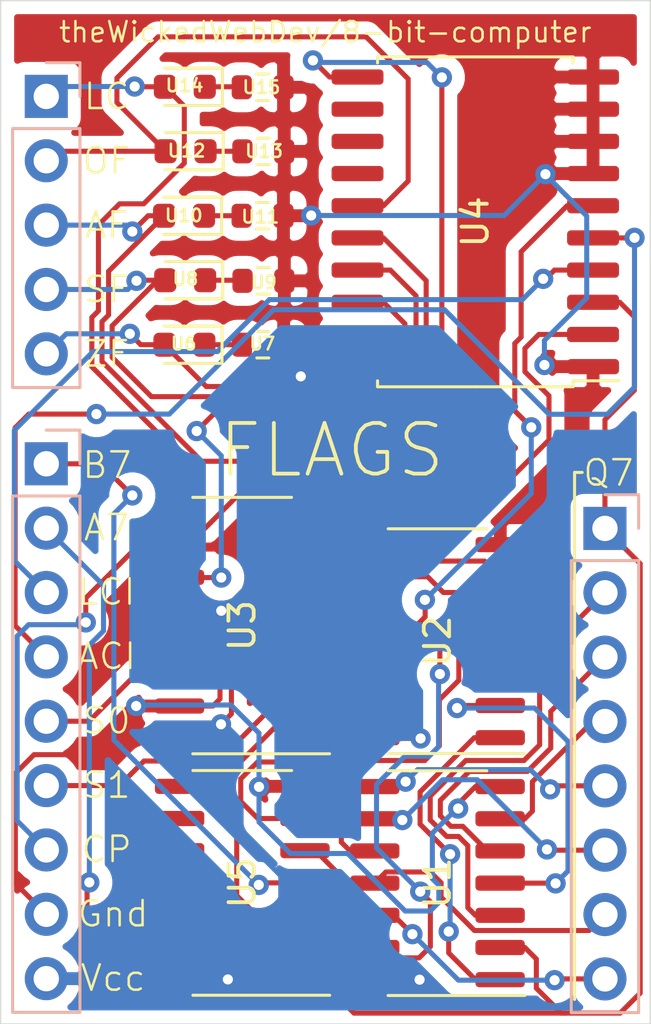
<source format=kicad_pcb>
(kicad_pcb (version 20171130) (host pcbnew "(5.1.10-1-10_14)")

  (general
    (thickness 1.6)
    (drawings 23)
    (tracks 470)
    (zones 0)
    (modules 18)
    (nets 48)
  )

  (page A4)
  (layers
    (0 F.Cu signal)
    (31 B.Cu signal)
    (32 B.Adhes user)
    (33 F.Adhes user)
    (34 B.Paste user)
    (35 F.Paste user)
    (36 B.SilkS user)
    (37 F.SilkS user)
    (38 B.Mask user)
    (39 F.Mask user)
    (40 Dwgs.User user)
    (41 Cmts.User user)
    (42 Eco1.User user)
    (43 Eco2.User user)
    (44 Edge.Cuts user)
    (45 Margin user)
    (46 B.CrtYd user)
    (47 F.CrtYd user)
    (48 B.Fab user hide)
    (49 F.Fab user hide)
  )

  (setup
    (last_trace_width 0.2)
    (user_trace_width 0.2)
    (trace_clearance 0.2)
    (zone_clearance 0.508)
    (zone_45_only no)
    (trace_min 0.2)
    (via_size 0.8)
    (via_drill 0.4)
    (via_min_size 0.4)
    (via_min_drill 0.3)
    (uvia_size 0.3)
    (uvia_drill 0.1)
    (uvias_allowed no)
    (uvia_min_size 0.2)
    (uvia_min_drill 0.1)
    (edge_width 0.05)
    (segment_width 0.2)
    (pcb_text_width 0.3)
    (pcb_text_size 1.5 1.5)
    (mod_edge_width 0.12)
    (mod_text_size 1 1)
    (mod_text_width 0.15)
    (pad_size 1.524 1.524)
    (pad_drill 0.762)
    (pad_to_mask_clearance 0)
    (aux_axis_origin 0 0)
    (visible_elements FFFFFF7F)
    (pcbplotparams
      (layerselection 0x010fc_ffffffff)
      (usegerberextensions false)
      (usegerberattributes true)
      (usegerberadvancedattributes true)
      (creategerberjobfile true)
      (excludeedgelayer true)
      (linewidth 0.100000)
      (plotframeref false)
      (viasonmask false)
      (mode 1)
      (useauxorigin false)
      (hpglpennumber 1)
      (hpglpenspeed 20)
      (hpglpendiameter 15.000000)
      (psnegative false)
      (psa4output false)
      (plotreference true)
      (plotvalue true)
      (plotinvisibletext false)
      (padsonsilk false)
      (subtractmaskfromsilk false)
      (outputformat 1)
      (mirror false)
      (drillshape 1)
      (scaleselection 1)
      (outputdirectory ""))
  )

  (net 0 "")
  (net 1 "Net-(U1-Pad13)")
  (net 2 "Net-(U1-Pad4)")
  (net 3 "Net-(U1-Pad10)")
  (net 4 "Net-(U1-Pad1)")
  (net 5 "Net-(U2-Pad13)")
  (net 6 "Net-(U2-Pad12)")
  (net 7 VCC)
  (net 8 GND)
  (net 9 "Net-(U2-Pad10)")
  (net 10 "Net-(U2-Pad3)")
  (net 11 "Net-(U3-Pad7)")
  (net 12 "Net-(U3-Pad6)")
  (net 13 "Net-(U3-Pad5)")
  (net 14 "Net-(U3-Pad4)")
  (net 15 "Net-(U3-Pad3)")
  (net 16 "Net-(U3-Pad1)")
  (net 17 "Net-(U4-Pad14)")
  (net 18 "Net-(U4-Pad13)")
  (net 19 "Net-(U4-Pad12)")
  (net 20 Q0)
  (net 21 Q1)
  (net 22 Q2)
  (net 23 Q3)
  (net 24 Q4)
  (net 25 Q5)
  (net 26 Q6)
  (net 27 Q7)
  (net 28 /OVERFLOW)
  (net 29 /ZERO_SUM)
  (net 30 CARRY_IN_SEL_0)
  (net 31 /LOGICAL_CARRY_OUT)
  (net 32 LOGICAL_CARRY_FLAG)
  (net 33 CARRY_IN_SEL_1)
  (net 34 ZERO_FLAG)
  (net 35 SIGN_FLAG)
  (net 36 ARITMETIC_CARRY_FLAG)
  (net 37 OVERFLOW_FLAG)
  (net 38 CLOCK)
  (net 39 ARITH_CARRY_IN)
  (net 40 LOGICAL_CARRY_IN)
  (net 41 B7)
  (net 42 A7)
  (net 43 "Net-(U6-Pad1)")
  (net 44 "Net-(U8-Pad1)")
  (net 45 "Net-(U10-Pad1)")
  (net 46 "Net-(U12-Pad1)")
  (net 47 "Net-(U14-Pad1)")

  (net_class Default "This is the default net class."
    (clearance 0.2)
    (trace_width 0.25)
    (via_dia 0.8)
    (via_drill 0.4)
    (uvia_dia 0.3)
    (uvia_drill 0.1)
    (add_net /LOGICAL_CARRY_OUT)
    (add_net /OVERFLOW)
    (add_net /ZERO_SUM)
    (add_net A7)
    (add_net ARITH_CARRY_IN)
    (add_net ARITMETIC_CARRY_FLAG)
    (add_net B7)
    (add_net CARRY_IN_SEL_0)
    (add_net CARRY_IN_SEL_1)
    (add_net CLOCK)
    (add_net GND)
    (add_net LOGICAL_CARRY_FLAG)
    (add_net LOGICAL_CARRY_IN)
    (add_net "Net-(U1-Pad1)")
    (add_net "Net-(U1-Pad10)")
    (add_net "Net-(U1-Pad13)")
    (add_net "Net-(U1-Pad4)")
    (add_net "Net-(U10-Pad1)")
    (add_net "Net-(U12-Pad1)")
    (add_net "Net-(U14-Pad1)")
    (add_net "Net-(U2-Pad10)")
    (add_net "Net-(U2-Pad12)")
    (add_net "Net-(U2-Pad13)")
    (add_net "Net-(U2-Pad3)")
    (add_net "Net-(U3-Pad1)")
    (add_net "Net-(U3-Pad3)")
    (add_net "Net-(U3-Pad4)")
    (add_net "Net-(U3-Pad5)")
    (add_net "Net-(U3-Pad6)")
    (add_net "Net-(U3-Pad7)")
    (add_net "Net-(U4-Pad12)")
    (add_net "Net-(U4-Pad13)")
    (add_net "Net-(U4-Pad14)")
    (add_net "Net-(U6-Pad1)")
    (add_net "Net-(U8-Pad1)")
    (add_net OVERFLOW_FLAG)
    (add_net Q0)
    (add_net Q1)
    (add_net Q2)
    (add_net Q3)
    (add_net Q4)
    (add_net Q5)
    (add_net Q6)
    (add_net Q7)
    (add_net SIGN_FLAG)
    (add_net VCC)
    (add_net ZERO_FLAG)
  )

  (module Resistor_SMD:R_0603_1608Metric (layer F.Cu) (tedit 5F68FEEE) (tstamp 614FDCA3)
    (at 133.925 83.46)
    (descr "Resistor SMD 0603 (1608 Metric), square (rectangular) end terminal, IPC_7351 nominal, (Body size source: IPC-SM-782 page 72, https://www.pcb-3d.com/wordpress/wp-content/uploads/ipc-sm-782a_amendment_1_and_2.pdf), generated with kicad-footprint-generator")
    (tags resistor)
    (path /61ADBCAA)
    (attr smd)
    (fp_text reference U15 (at -0.05 0) (layer F.SilkS)
      (effects (font (size 0.5 0.5) (thickness 0.1)))
    )
    (fp_text value 0603WAF1001T5E (at 0 1.43) (layer F.Fab)
      (effects (font (size 1 1) (thickness 0.15)))
    )
    (fp_text user %R (at 0 0) (layer F.Fab)
      (effects (font (size 0.4 0.4) (thickness 0.06)))
    )
    (fp_line (start -0.8 0.4125) (end -0.8 -0.4125) (layer F.Fab) (width 0.1))
    (fp_line (start -0.8 -0.4125) (end 0.8 -0.4125) (layer F.Fab) (width 0.1))
    (fp_line (start 0.8 -0.4125) (end 0.8 0.4125) (layer F.Fab) (width 0.1))
    (fp_line (start 0.8 0.4125) (end -0.8 0.4125) (layer F.Fab) (width 0.1))
    (fp_line (start -0.237258 -0.5225) (end 0.237258 -0.5225) (layer F.SilkS) (width 0.12))
    (fp_line (start -0.237258 0.5225) (end 0.237258 0.5225) (layer F.SilkS) (width 0.12))
    (fp_line (start -1.48 0.73) (end -1.48 -0.73) (layer F.CrtYd) (width 0.05))
    (fp_line (start -1.48 -0.73) (end 1.48 -0.73) (layer F.CrtYd) (width 0.05))
    (fp_line (start 1.48 -0.73) (end 1.48 0.73) (layer F.CrtYd) (width 0.05))
    (fp_line (start 1.48 0.73) (end -1.48 0.73) (layer F.CrtYd) (width 0.05))
    (pad 2 smd roundrect (at 0.825 0) (size 0.8 0.95) (layers F.Cu F.Paste F.Mask) (roundrect_rratio 0.25)
      (net 8 GND))
    (pad 1 smd roundrect (at -0.825 0) (size 0.8 0.95) (layers F.Cu F.Paste F.Mask) (roundrect_rratio 0.25)
      (net 47 "Net-(U14-Pad1)"))
    (model ${KISYS3DMOD}/Resistor_SMD.3dshapes/R_0603_1608Metric.wrl
      (at (xyz 0 0 0))
      (scale (xyz 1 1 1))
      (rotate (xyz 0 0 0))
    )
  )

  (module LED_SMD:LED_0603_1608Metric (layer F.Cu) (tedit 5F68FEF1) (tstamp 614FDC92)
    (at 130.85 83.44 180)
    (descr "LED SMD 0603 (1608 Metric), square (rectangular) end terminal, IPC_7351 nominal, (Body size source: http://www.tortai-tech.com/upload/download/2011102023233369053.pdf), generated with kicad-footprint-generator")
    (tags LED)
    (path /61ADBC9E)
    (attr smd)
    (fp_text reference U14 (at 0.01 0.05) (layer F.SilkS)
      (effects (font (size 0.5 0.5) (thickness 0.1)))
    )
    (fp_text value "19-213_Y2C-CQ2R2L_3T(CY)" (at 0 1.43) (layer F.Fab)
      (effects (font (size 1 1) (thickness 0.15)))
    )
    (fp_text user %R (at 0 0) (layer F.Fab)
      (effects (font (size 0.4 0.4) (thickness 0.06)))
    )
    (fp_line (start 0.8 -0.4) (end -0.5 -0.4) (layer F.Fab) (width 0.1))
    (fp_line (start -0.5 -0.4) (end -0.8 -0.1) (layer F.Fab) (width 0.1))
    (fp_line (start -0.8 -0.1) (end -0.8 0.4) (layer F.Fab) (width 0.1))
    (fp_line (start -0.8 0.4) (end 0.8 0.4) (layer F.Fab) (width 0.1))
    (fp_line (start 0.8 0.4) (end 0.8 -0.4) (layer F.Fab) (width 0.1))
    (fp_line (start 0.8 -0.735) (end -1.485 -0.735) (layer F.SilkS) (width 0.12))
    (fp_line (start -1.485 -0.735) (end -1.485 0.735) (layer F.SilkS) (width 0.12))
    (fp_line (start -1.485 0.735) (end 0.8 0.735) (layer F.SilkS) (width 0.12))
    (fp_line (start -1.48 0.73) (end -1.48 -0.73) (layer F.CrtYd) (width 0.05))
    (fp_line (start -1.48 -0.73) (end 1.48 -0.73) (layer F.CrtYd) (width 0.05))
    (fp_line (start 1.48 -0.73) (end 1.48 0.73) (layer F.CrtYd) (width 0.05))
    (fp_line (start 1.48 0.73) (end -1.48 0.73) (layer F.CrtYd) (width 0.05))
    (pad 2 smd roundrect (at 0.7875 0 180) (size 0.875 0.95) (layers F.Cu F.Paste F.Mask) (roundrect_rratio 0.25)
      (net 32 LOGICAL_CARRY_FLAG))
    (pad 1 smd roundrect (at -0.7875 0 180) (size 0.875 0.95) (layers F.Cu F.Paste F.Mask) (roundrect_rratio 0.25)
      (net 47 "Net-(U14-Pad1)"))
    (model ${KISYS3DMOD}/LED_SMD.3dshapes/LED_0603_1608Metric.wrl
      (at (xyz 0 0 0))
      (scale (xyz 1 1 1))
      (rotate (xyz 0 0 0))
    )
  )

  (module Resistor_SMD:R_0603_1608Metric (layer F.Cu) (tedit 5F68FEEE) (tstamp 614FDC7F)
    (at 133.95 85.99)
    (descr "Resistor SMD 0603 (1608 Metric), square (rectangular) end terminal, IPC_7351 nominal, (Body size source: IPC-SM-782 page 72, https://www.pcb-3d.com/wordpress/wp-content/uploads/ipc-sm-782a_amendment_1_and_2.pdf), generated with kicad-footprint-generator")
    (tags resistor)
    (path /61AD8550)
    (attr smd)
    (fp_text reference U13 (at 0.03 -0.01) (layer F.SilkS)
      (effects (font (size 0.5 0.5) (thickness 0.1)))
    )
    (fp_text value 0603WAF1001T5E (at 0 1.43) (layer F.Fab)
      (effects (font (size 1 1) (thickness 0.15)))
    )
    (fp_text user %R (at 0 0) (layer F.Fab)
      (effects (font (size 0.4 0.4) (thickness 0.06)))
    )
    (fp_line (start -0.8 0.4125) (end -0.8 -0.4125) (layer F.Fab) (width 0.1))
    (fp_line (start -0.8 -0.4125) (end 0.8 -0.4125) (layer F.Fab) (width 0.1))
    (fp_line (start 0.8 -0.4125) (end 0.8 0.4125) (layer F.Fab) (width 0.1))
    (fp_line (start 0.8 0.4125) (end -0.8 0.4125) (layer F.Fab) (width 0.1))
    (fp_line (start -0.237258 -0.5225) (end 0.237258 -0.5225) (layer F.SilkS) (width 0.12))
    (fp_line (start -0.237258 0.5225) (end 0.237258 0.5225) (layer F.SilkS) (width 0.12))
    (fp_line (start -1.48 0.73) (end -1.48 -0.73) (layer F.CrtYd) (width 0.05))
    (fp_line (start -1.48 -0.73) (end 1.48 -0.73) (layer F.CrtYd) (width 0.05))
    (fp_line (start 1.48 -0.73) (end 1.48 0.73) (layer F.CrtYd) (width 0.05))
    (fp_line (start 1.48 0.73) (end -1.48 0.73) (layer F.CrtYd) (width 0.05))
    (pad 2 smd roundrect (at 0.825 0) (size 0.8 0.95) (layers F.Cu F.Paste F.Mask) (roundrect_rratio 0.25)
      (net 8 GND))
    (pad 1 smd roundrect (at -0.825 0) (size 0.8 0.95) (layers F.Cu F.Paste F.Mask) (roundrect_rratio 0.25)
      (net 46 "Net-(U12-Pad1)"))
    (model ${KISYS3DMOD}/Resistor_SMD.3dshapes/R_0603_1608Metric.wrl
      (at (xyz 0 0 0))
      (scale (xyz 1 1 1))
      (rotate (xyz 0 0 0))
    )
  )

  (module LED_SMD:LED_0603_1608Metric (layer F.Cu) (tedit 5F68FEF1) (tstamp 614FDC6E)
    (at 130.88 85.985 180)
    (descr "LED SMD 0603 (1608 Metric), square (rectangular) end terminal, IPC_7351 nominal, (Body size source: http://www.tortai-tech.com/upload/download/2011102023233369053.pdf), generated with kicad-footprint-generator")
    (tags LED)
    (path /61AD8544)
    (attr smd)
    (fp_text reference U12 (at -0.04 0.02) (layer F.SilkS)
      (effects (font (size 0.5 0.5) (thickness 0.1)))
    )
    (fp_text value "19-213_Y2C-CQ2R2L_3T(CY)" (at 0 1.43) (layer F.Fab)
      (effects (font (size 1 1) (thickness 0.15)))
    )
    (fp_text user %R (at 0 0) (layer F.Fab)
      (effects (font (size 0.4 0.4) (thickness 0.06)))
    )
    (fp_line (start 0.8 -0.4) (end -0.5 -0.4) (layer F.Fab) (width 0.1))
    (fp_line (start -0.5 -0.4) (end -0.8 -0.1) (layer F.Fab) (width 0.1))
    (fp_line (start -0.8 -0.1) (end -0.8 0.4) (layer F.Fab) (width 0.1))
    (fp_line (start -0.8 0.4) (end 0.8 0.4) (layer F.Fab) (width 0.1))
    (fp_line (start 0.8 0.4) (end 0.8 -0.4) (layer F.Fab) (width 0.1))
    (fp_line (start 0.8 -0.735) (end -1.485 -0.735) (layer F.SilkS) (width 0.12))
    (fp_line (start -1.485 -0.735) (end -1.485 0.735) (layer F.SilkS) (width 0.12))
    (fp_line (start -1.485 0.735) (end 0.8 0.735) (layer F.SilkS) (width 0.12))
    (fp_line (start -1.48 0.73) (end -1.48 -0.73) (layer F.CrtYd) (width 0.05))
    (fp_line (start -1.48 -0.73) (end 1.48 -0.73) (layer F.CrtYd) (width 0.05))
    (fp_line (start 1.48 -0.73) (end 1.48 0.73) (layer F.CrtYd) (width 0.05))
    (fp_line (start 1.48 0.73) (end -1.48 0.73) (layer F.CrtYd) (width 0.05))
    (pad 2 smd roundrect (at 0.7875 0 180) (size 0.875 0.95) (layers F.Cu F.Paste F.Mask) (roundrect_rratio 0.25)
      (net 37 OVERFLOW_FLAG))
    (pad 1 smd roundrect (at -0.7875 0 180) (size 0.875 0.95) (layers F.Cu F.Paste F.Mask) (roundrect_rratio 0.25)
      (net 46 "Net-(U12-Pad1)"))
    (model ${KISYS3DMOD}/LED_SMD.3dshapes/LED_0603_1608Metric.wrl
      (at (xyz 0 0 0))
      (scale (xyz 1 1 1))
      (rotate (xyz 0 0 0))
    )
  )

  (module Resistor_SMD:R_0603_1608Metric (layer F.Cu) (tedit 5F68FEEE) (tstamp 614FDC5B)
    (at 133.92 88.53)
    (descr "Resistor SMD 0603 (1608 Metric), square (rectangular) end terminal, IPC_7351 nominal, (Body size source: IPC-SM-782 page 72, https://www.pcb-3d.com/wordpress/wp-content/uploads/ipc-sm-782a_amendment_1_and_2.pdf), generated with kicad-footprint-generator")
    (tags resistor)
    (path /61AD8537)
    (attr smd)
    (fp_text reference U11 (at -0.09 0.04) (layer F.SilkS)
      (effects (font (size 0.5 0.5) (thickness 0.1)))
    )
    (fp_text value 0603WAF1001T5E (at 0 1.43) (layer F.Fab)
      (effects (font (size 1 1) (thickness 0.15)))
    )
    (fp_text user %R (at 0 0) (layer F.Fab)
      (effects (font (size 0.4 0.4) (thickness 0.06)))
    )
    (fp_line (start -0.8 0.4125) (end -0.8 -0.4125) (layer F.Fab) (width 0.1))
    (fp_line (start -0.8 -0.4125) (end 0.8 -0.4125) (layer F.Fab) (width 0.1))
    (fp_line (start 0.8 -0.4125) (end 0.8 0.4125) (layer F.Fab) (width 0.1))
    (fp_line (start 0.8 0.4125) (end -0.8 0.4125) (layer F.Fab) (width 0.1))
    (fp_line (start -0.237258 -0.5225) (end 0.237258 -0.5225) (layer F.SilkS) (width 0.12))
    (fp_line (start -0.237258 0.5225) (end 0.237258 0.5225) (layer F.SilkS) (width 0.12))
    (fp_line (start -1.48 0.73) (end -1.48 -0.73) (layer F.CrtYd) (width 0.05))
    (fp_line (start -1.48 -0.73) (end 1.48 -0.73) (layer F.CrtYd) (width 0.05))
    (fp_line (start 1.48 -0.73) (end 1.48 0.73) (layer F.CrtYd) (width 0.05))
    (fp_line (start 1.48 0.73) (end -1.48 0.73) (layer F.CrtYd) (width 0.05))
    (pad 2 smd roundrect (at 0.825 0) (size 0.8 0.95) (layers F.Cu F.Paste F.Mask) (roundrect_rratio 0.25)
      (net 8 GND))
    (pad 1 smd roundrect (at -0.825 0) (size 0.8 0.95) (layers F.Cu F.Paste F.Mask) (roundrect_rratio 0.25)
      (net 45 "Net-(U10-Pad1)"))
    (model ${KISYS3DMOD}/Resistor_SMD.3dshapes/R_0603_1608Metric.wrl
      (at (xyz 0 0 0))
      (scale (xyz 1 1 1))
      (rotate (xyz 0 0 0))
    )
  )

  (module LED_SMD:LED_0603_1608Metric (layer F.Cu) (tedit 5F68FEF1) (tstamp 614FDC4A)
    (at 130.82 88.53 180)
    (descr "LED SMD 0603 (1608 Metric), square (rectangular) end terminal, IPC_7351 nominal, (Body size source: http://www.tortai-tech.com/upload/download/2011102023233369053.pdf), generated with kicad-footprint-generator")
    (tags LED)
    (path /61AD852B)
    (attr smd)
    (fp_text reference U10 (at 0.01 0.01) (layer F.SilkS)
      (effects (font (size 0.5 0.5) (thickness 0.1)))
    )
    (fp_text value "19-213_Y2C-CQ2R2L_3T(CY)" (at 0 1.43) (layer F.Fab)
      (effects (font (size 1 1) (thickness 0.15)))
    )
    (fp_text user %R (at 0 0) (layer F.Fab)
      (effects (font (size 0.4 0.4) (thickness 0.06)))
    )
    (fp_line (start 0.8 -0.4) (end -0.5 -0.4) (layer F.Fab) (width 0.1))
    (fp_line (start -0.5 -0.4) (end -0.8 -0.1) (layer F.Fab) (width 0.1))
    (fp_line (start -0.8 -0.1) (end -0.8 0.4) (layer F.Fab) (width 0.1))
    (fp_line (start -0.8 0.4) (end 0.8 0.4) (layer F.Fab) (width 0.1))
    (fp_line (start 0.8 0.4) (end 0.8 -0.4) (layer F.Fab) (width 0.1))
    (fp_line (start 0.8 -0.735) (end -1.485 -0.735) (layer F.SilkS) (width 0.12))
    (fp_line (start -1.485 -0.735) (end -1.485 0.735) (layer F.SilkS) (width 0.12))
    (fp_line (start -1.485 0.735) (end 0.8 0.735) (layer F.SilkS) (width 0.12))
    (fp_line (start -1.48 0.73) (end -1.48 -0.73) (layer F.CrtYd) (width 0.05))
    (fp_line (start -1.48 -0.73) (end 1.48 -0.73) (layer F.CrtYd) (width 0.05))
    (fp_line (start 1.48 -0.73) (end 1.48 0.73) (layer F.CrtYd) (width 0.05))
    (fp_line (start 1.48 0.73) (end -1.48 0.73) (layer F.CrtYd) (width 0.05))
    (pad 2 smd roundrect (at 0.7875 0 180) (size 0.875 0.95) (layers F.Cu F.Paste F.Mask) (roundrect_rratio 0.25)
      (net 36 ARITMETIC_CARRY_FLAG))
    (pad 1 smd roundrect (at -0.7875 0 180) (size 0.875 0.95) (layers F.Cu F.Paste F.Mask) (roundrect_rratio 0.25)
      (net 45 "Net-(U10-Pad1)"))
    (model ${KISYS3DMOD}/LED_SMD.3dshapes/LED_0603_1608Metric.wrl
      (at (xyz 0 0 0))
      (scale (xyz 1 1 1))
      (rotate (xyz 0 0 0))
    )
  )

  (module Resistor_SMD:R_0603_1608Metric (layer F.Cu) (tedit 5F68FEEE) (tstamp 614FDC37)
    (at 133.955 91.1)
    (descr "Resistor SMD 0603 (1608 Metric), square (rectangular) end terminal, IPC_7351 nominal, (Body size source: IPC-SM-782 page 72, https://www.pcb-3d.com/wordpress/wp-content/uploads/ipc-sm-782a_amendment_1_and_2.pdf), generated with kicad-footprint-generator")
    (tags resistor)
    (path /61AD5635)
    (attr smd)
    (fp_text reference U9 (at 0.02 0.06) (layer F.SilkS)
      (effects (font (size 0.5 0.5) (thickness 0.1)))
    )
    (fp_text value 0603WAF1001T5E (at 0 1.43) (layer F.Fab)
      (effects (font (size 1 1) (thickness 0.15)))
    )
    (fp_text user %R (at 0 0) (layer F.Fab)
      (effects (font (size 0.4 0.4) (thickness 0.06)))
    )
    (fp_line (start -0.8 0.4125) (end -0.8 -0.4125) (layer F.Fab) (width 0.1))
    (fp_line (start -0.8 -0.4125) (end 0.8 -0.4125) (layer F.Fab) (width 0.1))
    (fp_line (start 0.8 -0.4125) (end 0.8 0.4125) (layer F.Fab) (width 0.1))
    (fp_line (start 0.8 0.4125) (end -0.8 0.4125) (layer F.Fab) (width 0.1))
    (fp_line (start -0.237258 -0.5225) (end 0.237258 -0.5225) (layer F.SilkS) (width 0.12))
    (fp_line (start -0.237258 0.5225) (end 0.237258 0.5225) (layer F.SilkS) (width 0.12))
    (fp_line (start -1.48 0.73) (end -1.48 -0.73) (layer F.CrtYd) (width 0.05))
    (fp_line (start -1.48 -0.73) (end 1.48 -0.73) (layer F.CrtYd) (width 0.05))
    (fp_line (start 1.48 -0.73) (end 1.48 0.73) (layer F.CrtYd) (width 0.05))
    (fp_line (start 1.48 0.73) (end -1.48 0.73) (layer F.CrtYd) (width 0.05))
    (pad 2 smd roundrect (at 0.825 0) (size 0.8 0.95) (layers F.Cu F.Paste F.Mask) (roundrect_rratio 0.25)
      (net 8 GND))
    (pad 1 smd roundrect (at -0.825 0) (size 0.8 0.95) (layers F.Cu F.Paste F.Mask) (roundrect_rratio 0.25)
      (net 44 "Net-(U8-Pad1)"))
    (model ${KISYS3DMOD}/Resistor_SMD.3dshapes/R_0603_1608Metric.wrl
      (at (xyz 0 0 0))
      (scale (xyz 1 1 1))
      (rotate (xyz 0 0 0))
    )
  )

  (module LED_SMD:LED_0603_1608Metric (layer F.Cu) (tedit 5F68FEF1) (tstamp 614FDC26)
    (at 130.865 91.075 180)
    (descr "LED SMD 0603 (1608 Metric), square (rectangular) end terminal, IPC_7351 nominal, (Body size source: http://www.tortai-tech.com/upload/download/2011102023233369053.pdf), generated with kicad-footprint-generator")
    (tags LED)
    (path /61AD5629)
    (attr smd)
    (fp_text reference U8 (at -0.01 0.05) (layer F.SilkS)
      (effects (font (size 0.5 0.5) (thickness 0.1)))
    )
    (fp_text value "19-213_Y2C-CQ2R2L_3T(CY)" (at 0 1.43) (layer F.Fab)
      (effects (font (size 1 1) (thickness 0.15)))
    )
    (fp_text user %R (at 0 0) (layer F.Fab)
      (effects (font (size 0.4 0.4) (thickness 0.06)))
    )
    (fp_line (start 0.8 -0.4) (end -0.5 -0.4) (layer F.Fab) (width 0.1))
    (fp_line (start -0.5 -0.4) (end -0.8 -0.1) (layer F.Fab) (width 0.1))
    (fp_line (start -0.8 -0.1) (end -0.8 0.4) (layer F.Fab) (width 0.1))
    (fp_line (start -0.8 0.4) (end 0.8 0.4) (layer F.Fab) (width 0.1))
    (fp_line (start 0.8 0.4) (end 0.8 -0.4) (layer F.Fab) (width 0.1))
    (fp_line (start 0.8 -0.735) (end -1.485 -0.735) (layer F.SilkS) (width 0.12))
    (fp_line (start -1.485 -0.735) (end -1.485 0.735) (layer F.SilkS) (width 0.12))
    (fp_line (start -1.485 0.735) (end 0.8 0.735) (layer F.SilkS) (width 0.12))
    (fp_line (start -1.48 0.73) (end -1.48 -0.73) (layer F.CrtYd) (width 0.05))
    (fp_line (start -1.48 -0.73) (end 1.48 -0.73) (layer F.CrtYd) (width 0.05))
    (fp_line (start 1.48 -0.73) (end 1.48 0.73) (layer F.CrtYd) (width 0.05))
    (fp_line (start 1.48 0.73) (end -1.48 0.73) (layer F.CrtYd) (width 0.05))
    (pad 2 smd roundrect (at 0.7875 0 180) (size 0.875 0.95) (layers F.Cu F.Paste F.Mask) (roundrect_rratio 0.25)
      (net 35 SIGN_FLAG))
    (pad 1 smd roundrect (at -0.7875 0 180) (size 0.875 0.95) (layers F.Cu F.Paste F.Mask) (roundrect_rratio 0.25)
      (net 44 "Net-(U8-Pad1)"))
    (model ${KISYS3DMOD}/LED_SMD.3dshapes/LED_0603_1608Metric.wrl
      (at (xyz 0 0 0))
      (scale (xyz 1 1 1))
      (rotate (xyz 0 0 0))
    )
  )

  (module Resistor_SMD:R_0603_1608Metric (layer F.Cu) (tedit 5F68FEEE) (tstamp 614FDC13)
    (at 133.93 93.62)
    (descr "Resistor SMD 0603 (1608 Metric), square (rectangular) end terminal, IPC_7351 nominal, (Body size source: IPC-SM-782 page 72, https://www.pcb-3d.com/wordpress/wp-content/uploads/ipc-sm-782a_amendment_1_and_2.pdf), generated with kicad-footprint-generator")
    (tags resistor)
    (path /61AD44C3)
    (attr smd)
    (fp_text reference U7 (at -0.02 -0.04) (layer F.SilkS)
      (effects (font (size 0.5 0.5) (thickness 0.1)))
    )
    (fp_text value 0603WAF1001T5E (at 0 1.43) (layer F.Fab)
      (effects (font (size 1 1) (thickness 0.15)))
    )
    (fp_text user %R (at 0 0) (layer F.Fab)
      (effects (font (size 0.4 0.4) (thickness 0.06)))
    )
    (fp_line (start -0.8 0.4125) (end -0.8 -0.4125) (layer F.Fab) (width 0.1))
    (fp_line (start -0.8 -0.4125) (end 0.8 -0.4125) (layer F.Fab) (width 0.1))
    (fp_line (start 0.8 -0.4125) (end 0.8 0.4125) (layer F.Fab) (width 0.1))
    (fp_line (start 0.8 0.4125) (end -0.8 0.4125) (layer F.Fab) (width 0.1))
    (fp_line (start -0.237258 -0.5225) (end 0.237258 -0.5225) (layer F.SilkS) (width 0.12))
    (fp_line (start -0.237258 0.5225) (end 0.237258 0.5225) (layer F.SilkS) (width 0.12))
    (fp_line (start -1.48 0.73) (end -1.48 -0.73) (layer F.CrtYd) (width 0.05))
    (fp_line (start -1.48 -0.73) (end 1.48 -0.73) (layer F.CrtYd) (width 0.05))
    (fp_line (start 1.48 -0.73) (end 1.48 0.73) (layer F.CrtYd) (width 0.05))
    (fp_line (start 1.48 0.73) (end -1.48 0.73) (layer F.CrtYd) (width 0.05))
    (pad 2 smd roundrect (at 0.825 0) (size 0.8 0.95) (layers F.Cu F.Paste F.Mask) (roundrect_rratio 0.25)
      (net 8 GND))
    (pad 1 smd roundrect (at -0.825 0) (size 0.8 0.95) (layers F.Cu F.Paste F.Mask) (roundrect_rratio 0.25)
      (net 43 "Net-(U6-Pad1)"))
    (model ${KISYS3DMOD}/Resistor_SMD.3dshapes/R_0603_1608Metric.wrl
      (at (xyz 0 0 0))
      (scale (xyz 1 1 1))
      (rotate (xyz 0 0 0))
    )
  )

  (module LED_SMD:LED_0603_1608Metric (layer F.Cu) (tedit 5F68FEF1) (tstamp 614FDC02)
    (at 130.835 93.62 180)
    (descr "LED SMD 0603 (1608 Metric), square (rectangular) end terminal, IPC_7351 nominal, (Body size source: http://www.tortai-tech.com/upload/download/2011102023233369053.pdf), generated with kicad-footprint-generator")
    (tags LED)
    (path /61AD2D87)
    (attr smd)
    (fp_text reference U6 (at 0.03 0.04) (layer F.SilkS)
      (effects (font (size 0.5 0.5) (thickness 0.1)))
    )
    (fp_text value "19-213_Y2C-CQ2R2L_3T(CY)" (at 0 1.43) (layer F.Fab)
      (effects (font (size 1 1) (thickness 0.15)))
    )
    (fp_text user %R (at 0 0) (layer F.Fab)
      (effects (font (size 0.4 0.4) (thickness 0.06)))
    )
    (fp_line (start 0.8 -0.4) (end -0.5 -0.4) (layer F.Fab) (width 0.1))
    (fp_line (start -0.5 -0.4) (end -0.8 -0.1) (layer F.Fab) (width 0.1))
    (fp_line (start -0.8 -0.1) (end -0.8 0.4) (layer F.Fab) (width 0.1))
    (fp_line (start -0.8 0.4) (end 0.8 0.4) (layer F.Fab) (width 0.1))
    (fp_line (start 0.8 0.4) (end 0.8 -0.4) (layer F.Fab) (width 0.1))
    (fp_line (start 0.8 -0.735) (end -1.485 -0.735) (layer F.SilkS) (width 0.12))
    (fp_line (start -1.485 -0.735) (end -1.485 0.735) (layer F.SilkS) (width 0.12))
    (fp_line (start -1.485 0.735) (end 0.8 0.735) (layer F.SilkS) (width 0.12))
    (fp_line (start -1.48 0.73) (end -1.48 -0.73) (layer F.CrtYd) (width 0.05))
    (fp_line (start -1.48 -0.73) (end 1.48 -0.73) (layer F.CrtYd) (width 0.05))
    (fp_line (start 1.48 -0.73) (end 1.48 0.73) (layer F.CrtYd) (width 0.05))
    (fp_line (start 1.48 0.73) (end -1.48 0.73) (layer F.CrtYd) (width 0.05))
    (pad 2 smd roundrect (at 0.7875 0 180) (size 0.875 0.95) (layers F.Cu F.Paste F.Mask) (roundrect_rratio 0.25)
      (net 34 ZERO_FLAG))
    (pad 1 smd roundrect (at -0.7875 0 180) (size 0.875 0.95) (layers F.Cu F.Paste F.Mask) (roundrect_rratio 0.25)
      (net 43 "Net-(U6-Pad1)"))
    (model ${KISYS3DMOD}/LED_SMD.3dshapes/LED_0603_1608Metric.wrl
      (at (xyz 0 0 0))
      (scale (xyz 1 1 1))
      (rotate (xyz 0 0 0))
    )
  )

  (module Connector_PinHeader_2.54mm:PinHeader_1x09_P2.54mm_Vertical (layer B.Cu) (tedit 59FED5CC) (tstamp 614FC577)
    (at 125.38 98.32 180)
    (descr "Through hole straight pin header, 1x09, 2.54mm pitch, single row")
    (tags "Through hole pin header THT 1x09 2.54mm single row")
    (path /61A3AFBD)
    (fp_text reference J3 (at 0 2.33) (layer B.SilkS) hide
      (effects (font (size 1 1) (thickness 0.15)) (justify mirror))
    )
    (fp_text value Conn_01x09 (at 0 -22.65) (layer B.Fab) hide
      (effects (font (size 1 1) (thickness 0.15)) (justify mirror))
    )
    (fp_text user %R (at 0 -10.16 -90) (layer B.Fab)
      (effects (font (size 1 1) (thickness 0.15)) (justify mirror))
    )
    (fp_line (start -0.635 1.27) (end 1.27 1.27) (layer B.Fab) (width 0.1))
    (fp_line (start 1.27 1.27) (end 1.27 -21.59) (layer B.Fab) (width 0.1))
    (fp_line (start 1.27 -21.59) (end -1.27 -21.59) (layer B.Fab) (width 0.1))
    (fp_line (start -1.27 -21.59) (end -1.27 0.635) (layer B.Fab) (width 0.1))
    (fp_line (start -1.27 0.635) (end -0.635 1.27) (layer B.Fab) (width 0.1))
    (fp_line (start -1.33 -21.65) (end 1.33 -21.65) (layer B.SilkS) (width 0.12))
    (fp_line (start -1.33 -1.27) (end -1.33 -21.65) (layer B.SilkS) (width 0.12))
    (fp_line (start 1.33 -1.27) (end 1.33 -21.65) (layer B.SilkS) (width 0.12))
    (fp_line (start -1.33 -1.27) (end 1.33 -1.27) (layer B.SilkS) (width 0.12))
    (fp_line (start -1.33 0) (end -1.33 1.33) (layer B.SilkS) (width 0.12))
    (fp_line (start -1.33 1.33) (end 0 1.33) (layer B.SilkS) (width 0.12))
    (fp_line (start -1.8 1.8) (end -1.8 -22.1) (layer B.CrtYd) (width 0.05))
    (fp_line (start -1.8 -22.1) (end 1.8 -22.1) (layer B.CrtYd) (width 0.05))
    (fp_line (start 1.8 -22.1) (end 1.8 1.8) (layer B.CrtYd) (width 0.05))
    (fp_line (start 1.8 1.8) (end -1.8 1.8) (layer B.CrtYd) (width 0.05))
    (pad 9 thru_hole oval (at 0 -20.32 180) (size 1.7 1.7) (drill 1) (layers *.Cu *.Mask)
      (net 7 VCC))
    (pad 8 thru_hole oval (at 0 -17.78 180) (size 1.7 1.7) (drill 1) (layers *.Cu *.Mask)
      (net 8 GND))
    (pad 7 thru_hole oval (at 0 -15.24 180) (size 1.7 1.7) (drill 1) (layers *.Cu *.Mask)
      (net 38 CLOCK))
    (pad 6 thru_hole oval (at 0 -12.7 180) (size 1.7 1.7) (drill 1) (layers *.Cu *.Mask)
      (net 33 CARRY_IN_SEL_1))
    (pad 5 thru_hole oval (at 0 -10.16 180) (size 1.7 1.7) (drill 1) (layers *.Cu *.Mask)
      (net 30 CARRY_IN_SEL_0))
    (pad 4 thru_hole oval (at 0 -7.62 180) (size 1.7 1.7) (drill 1) (layers *.Cu *.Mask)
      (net 39 ARITH_CARRY_IN))
    (pad 3 thru_hole oval (at 0 -5.08 180) (size 1.7 1.7) (drill 1) (layers *.Cu *.Mask)
      (net 40 LOGICAL_CARRY_IN))
    (pad 2 thru_hole oval (at 0 -2.54 180) (size 1.7 1.7) (drill 1) (layers *.Cu *.Mask)
      (net 42 A7))
    (pad 1 thru_hole rect (at 0 0 180) (size 1.7 1.7) (drill 1) (layers *.Cu *.Mask)
      (net 41 B7))
    (model ${KISYS3DMOD}/Connector_PinHeader_2.54mm.3dshapes/PinHeader_1x09_P2.54mm_Vertical.wrl
      (at (xyz 0 0 0))
      (scale (xyz 1 1 1))
      (rotate (xyz 0 0 0))
    )
  )

  (module Connector_PinHeader_2.54mm:PinHeader_1x08_P2.54mm_Vertical (layer B.Cu) (tedit 59FED5CC) (tstamp 614FD54F)
    (at 147.44 100.87 180)
    (descr "Through hole straight pin header, 1x08, 2.54mm pitch, single row")
    (tags "Through hole pin header THT 1x08 2.54mm single row")
    (path /61A198C3)
    (fp_text reference J2 (at 0 2.33) (layer B.SilkS) hide
      (effects (font (size 1 1) (thickness 0.15)) (justify mirror))
    )
    (fp_text value Conn_01x08 (at 0 -20.11) (layer B.Fab) hide
      (effects (font (size 1 1) (thickness 0.15)) (justify mirror))
    )
    (fp_text user %R (at 0 -8.89 -90) (layer B.Fab)
      (effects (font (size 1 1) (thickness 0.15)) (justify mirror))
    )
    (fp_line (start -0.635 1.27) (end 1.27 1.27) (layer B.Fab) (width 0.1))
    (fp_line (start 1.27 1.27) (end 1.27 -19.05) (layer B.Fab) (width 0.1))
    (fp_line (start 1.27 -19.05) (end -1.27 -19.05) (layer B.Fab) (width 0.1))
    (fp_line (start -1.27 -19.05) (end -1.27 0.635) (layer B.Fab) (width 0.1))
    (fp_line (start -1.27 0.635) (end -0.635 1.27) (layer B.Fab) (width 0.1))
    (fp_line (start -1.33 -19.11) (end 1.33 -19.11) (layer B.SilkS) (width 0.12))
    (fp_line (start -1.33 -1.27) (end -1.33 -19.11) (layer B.SilkS) (width 0.12))
    (fp_line (start 1.33 -1.27) (end 1.33 -19.11) (layer B.SilkS) (width 0.12))
    (fp_line (start -1.33 -1.27) (end 1.33 -1.27) (layer B.SilkS) (width 0.12))
    (fp_line (start -1.33 0) (end -1.33 1.33) (layer B.SilkS) (width 0.12))
    (fp_line (start -1.33 1.33) (end 0 1.33) (layer B.SilkS) (width 0.12))
    (fp_line (start -1.8 1.8) (end -1.8 -19.55) (layer B.CrtYd) (width 0.05))
    (fp_line (start -1.8 -19.55) (end 1.8 -19.55) (layer B.CrtYd) (width 0.05))
    (fp_line (start 1.8 -19.55) (end 1.8 1.8) (layer B.CrtYd) (width 0.05))
    (fp_line (start 1.8 1.8) (end -1.8 1.8) (layer B.CrtYd) (width 0.05))
    (pad 8 thru_hole oval (at 0 -17.78 180) (size 1.7 1.7) (drill 1) (layers *.Cu *.Mask)
      (net 20 Q0))
    (pad 7 thru_hole oval (at 0 -15.24 180) (size 1.7 1.7) (drill 1) (layers *.Cu *.Mask)
      (net 21 Q1))
    (pad 6 thru_hole oval (at 0 -12.7 180) (size 1.7 1.7) (drill 1) (layers *.Cu *.Mask)
      (net 22 Q2))
    (pad 5 thru_hole oval (at 0 -10.16 180) (size 1.7 1.7) (drill 1) (layers *.Cu *.Mask)
      (net 23 Q3))
    (pad 4 thru_hole oval (at 0 -7.62 180) (size 1.7 1.7) (drill 1) (layers *.Cu *.Mask)
      (net 24 Q4))
    (pad 3 thru_hole oval (at 0 -5.08 180) (size 1.7 1.7) (drill 1) (layers *.Cu *.Mask)
      (net 25 Q5))
    (pad 2 thru_hole oval (at 0 -2.54 180) (size 1.7 1.7) (drill 1) (layers *.Cu *.Mask)
      (net 26 Q6))
    (pad 1 thru_hole rect (at 0 0 180) (size 1.7 1.7) (drill 1) (layers *.Cu *.Mask)
      (net 27 Q7))
    (model ${KISYS3DMOD}/Connector_PinHeader_2.54mm.3dshapes/PinHeader_1x08_P2.54mm_Vertical.wrl
      (at (xyz 0 0 0))
      (scale (xyz 1 1 1))
      (rotate (xyz 0 0 0))
    )
  )

  (module Connector_PinHeader_2.54mm:PinHeader_1x05_P2.54mm_Vertical (layer B.Cu) (tedit 59FED5CC) (tstamp 61500D8A)
    (at 125.38 83.82 180)
    (descr "Through hole straight pin header, 1x05, 2.54mm pitch, single row")
    (tags "Through hole pin header THT 1x05 2.54mm single row")
    (path /61A23C12)
    (fp_text reference J1 (at 0 2.33) (layer B.SilkS) hide
      (effects (font (size 1 1) (thickness 0.15)) (justify mirror))
    )
    (fp_text value Conn_01x05 (at 0 -12.49) (layer B.Fab) hide
      (effects (font (size 1 1) (thickness 0.15)) (justify mirror))
    )
    (fp_text user %R (at 0 -5.08 270) (layer B.Fab)
      (effects (font (size 1 1) (thickness 0.15)) (justify mirror))
    )
    (fp_line (start -0.635 1.27) (end 1.27 1.27) (layer B.Fab) (width 0.1))
    (fp_line (start 1.27 1.27) (end 1.27 -11.43) (layer B.Fab) (width 0.1))
    (fp_line (start 1.27 -11.43) (end -1.27 -11.43) (layer B.Fab) (width 0.1))
    (fp_line (start -1.27 -11.43) (end -1.27 0.635) (layer B.Fab) (width 0.1))
    (fp_line (start -1.27 0.635) (end -0.635 1.27) (layer B.Fab) (width 0.1))
    (fp_line (start -1.33 -11.49) (end 1.33 -11.49) (layer B.SilkS) (width 0.12))
    (fp_line (start -1.33 -1.27) (end -1.33 -11.49) (layer B.SilkS) (width 0.12))
    (fp_line (start 1.33 -1.27) (end 1.33 -11.49) (layer B.SilkS) (width 0.12))
    (fp_line (start -1.33 -1.27) (end 1.33 -1.27) (layer B.SilkS) (width 0.12))
    (fp_line (start -1.33 0) (end -1.33 1.33) (layer B.SilkS) (width 0.12))
    (fp_line (start -1.33 1.33) (end 0 1.33) (layer B.SilkS) (width 0.12))
    (fp_line (start -1.8 1.8) (end -1.8 -11.95) (layer B.CrtYd) (width 0.05))
    (fp_line (start -1.8 -11.95) (end 1.8 -11.95) (layer B.CrtYd) (width 0.05))
    (fp_line (start 1.8 -11.95) (end 1.8 1.8) (layer B.CrtYd) (width 0.05))
    (fp_line (start 1.8 1.8) (end -1.8 1.8) (layer B.CrtYd) (width 0.05))
    (pad 5 thru_hole oval (at 0 -10.16 180) (size 1.7 1.7) (drill 1) (layers *.Cu *.Mask)
      (net 34 ZERO_FLAG))
    (pad 4 thru_hole oval (at 0 -7.62 180) (size 1.7 1.7) (drill 1) (layers *.Cu *.Mask)
      (net 35 SIGN_FLAG))
    (pad 3 thru_hole oval (at 0 -5.08 180) (size 1.7 1.7) (drill 1) (layers *.Cu *.Mask)
      (net 36 ARITMETIC_CARRY_FLAG))
    (pad 2 thru_hole oval (at 0 -2.54 180) (size 1.7 1.7) (drill 1) (layers *.Cu *.Mask)
      (net 37 OVERFLOW_FLAG))
    (pad 1 thru_hole rect (at 0 0 180) (size 1.7 1.7) (drill 1) (layers *.Cu *.Mask)
      (net 32 LOGICAL_CARRY_FLAG))
    (model ${KISYS3DMOD}/Connector_PinHeader_2.54mm.3dshapes/PinHeader_1x05_P2.54mm_Vertical.wrl
      (at (xyz 0 0 0))
      (scale (xyz 1 1 1))
      (rotate (xyz 0 0 0))
    )
  )

  (module Package_SO:SOIC-14_3.9x8.7mm_P1.27mm (layer F.Cu) (tedit 5D9F72B1) (tstamp 61500994)
    (at 133.12 114.86 180)
    (descr "SOIC, 14 Pin (JEDEC MS-012AB, https://www.analog.com/media/en/package-pcb-resources/package/pkg_pdf/soic_narrow-r/r_14.pdf), generated with kicad-footprint-generator ipc_gullwing_generator.py")
    (tags "SOIC SO")
    (path /61A0744D)
    (attr smd)
    (fp_text reference U5 (at 0 0 270) (layer F.SilkS)
      (effects (font (size 1 1) (thickness 0.15)))
    )
    (fp_text value 74HC86 (at 0 5.28) (layer F.Fab)
      (effects (font (size 1 1) (thickness 0.15)))
    )
    (fp_text user %R (at 0 0) (layer F.Fab)
      (effects (font (size 0.98 0.98) (thickness 0.15)))
    )
    (fp_line (start 0 4.435) (end 1.95 4.435) (layer F.SilkS) (width 0.12))
    (fp_line (start 0 4.435) (end -1.95 4.435) (layer F.SilkS) (width 0.12))
    (fp_line (start 0 -4.435) (end 1.95 -4.435) (layer F.SilkS) (width 0.12))
    (fp_line (start 0 -4.435) (end -3.45 -4.435) (layer F.SilkS) (width 0.12))
    (fp_line (start -0.975 -4.325) (end 1.95 -4.325) (layer F.Fab) (width 0.1))
    (fp_line (start 1.95 -4.325) (end 1.95 4.325) (layer F.Fab) (width 0.1))
    (fp_line (start 1.95 4.325) (end -1.95 4.325) (layer F.Fab) (width 0.1))
    (fp_line (start -1.95 4.325) (end -1.95 -3.35) (layer F.Fab) (width 0.1))
    (fp_line (start -1.95 -3.35) (end -0.975 -4.325) (layer F.Fab) (width 0.1))
    (fp_line (start -3.7 -4.58) (end -3.7 4.58) (layer F.CrtYd) (width 0.05))
    (fp_line (start -3.7 4.58) (end 3.7 4.58) (layer F.CrtYd) (width 0.05))
    (fp_line (start 3.7 4.58) (end 3.7 -4.58) (layer F.CrtYd) (width 0.05))
    (fp_line (start 3.7 -4.58) (end -3.7 -4.58) (layer F.CrtYd) (width 0.05))
    (pad 14 smd roundrect (at 2.475 -3.81 180) (size 1.95 0.6) (layers F.Cu F.Paste F.Mask) (roundrect_rratio 0.25)
      (net 7 VCC))
    (pad 13 smd roundrect (at 2.475 -2.54 180) (size 1.95 0.6) (layers F.Cu F.Paste F.Mask) (roundrect_rratio 0.25))
    (pad 12 smd roundrect (at 2.475 -1.27 180) (size 1.95 0.6) (layers F.Cu F.Paste F.Mask) (roundrect_rratio 0.25))
    (pad 11 smd roundrect (at 2.475 0 180) (size 1.95 0.6) (layers F.Cu F.Paste F.Mask) (roundrect_rratio 0.25))
    (pad 10 smd roundrect (at 2.475 1.27 180) (size 1.95 0.6) (layers F.Cu F.Paste F.Mask) (roundrect_rratio 0.25))
    (pad 9 smd roundrect (at 2.475 2.54 180) (size 1.95 0.6) (layers F.Cu F.Paste F.Mask) (roundrect_rratio 0.25))
    (pad 8 smd roundrect (at 2.475 3.81 180) (size 1.95 0.6) (layers F.Cu F.Paste F.Mask) (roundrect_rratio 0.25))
    (pad 7 smd roundrect (at -2.475 3.81 180) (size 1.95 0.6) (layers F.Cu F.Paste F.Mask) (roundrect_rratio 0.25)
      (net 8 GND))
    (pad 6 smd roundrect (at -2.475 2.54 180) (size 1.95 0.6) (layers F.Cu F.Paste F.Mask) (roundrect_rratio 0.25)
      (net 5 "Net-(U2-Pad13)"))
    (pad 5 smd roundrect (at -2.475 1.27 180) (size 1.95 0.6) (layers F.Cu F.Paste F.Mask) (roundrect_rratio 0.25)
      (net 27 Q7))
    (pad 4 smd roundrect (at -2.475 0 180) (size 1.95 0.6) (layers F.Cu F.Paste F.Mask) (roundrect_rratio 0.25)
      (net 41 B7))
    (pad 3 smd roundrect (at -2.475 -1.27 180) (size 1.95 0.6) (layers F.Cu F.Paste F.Mask) (roundrect_rratio 0.25)
      (net 6 "Net-(U2-Pad12)"))
    (pad 2 smd roundrect (at -2.475 -2.54 180) (size 1.95 0.6) (layers F.Cu F.Paste F.Mask) (roundrect_rratio 0.25)
      (net 27 Q7))
    (pad 1 smd roundrect (at -2.475 -3.81 180) (size 1.95 0.6) (layers F.Cu F.Paste F.Mask) (roundrect_rratio 0.25)
      (net 42 A7))
    (model ${KISYS3DMOD}/Package_SO.3dshapes/SOIC-14_3.9x8.7mm_P1.27mm.wrl
      (at (xyz 0 0 0))
      (scale (xyz 1 1 1))
      (rotate (xyz 0 0 0))
    )
  )

  (module Package_SO:SOIC-20W_7.5x12.8mm_P1.27mm (layer F.Cu) (tedit 5D9F72B1) (tstamp 614F4509)
    (at 142.32 88.77 180)
    (descr "SOIC, 20 Pin (JEDEC MS-013AC, https://www.analog.com/media/en/package-pcb-resources/package/233848rw_20.pdf), generated with kicad-footprint-generator ipc_gullwing_generator.py")
    (tags "SOIC SO")
    (path /619BF61F)
    (attr smd)
    (fp_text reference U4 (at 0 0 270) (layer F.SilkS)
      (effects (font (size 1 1) (thickness 0.15)))
    )
    (fp_text value 74HCT574 (at 0 7.35) (layer F.Fab)
      (effects (font (size 1 1) (thickness 0.15)))
    )
    (fp_text user %R (at 0 0) (layer F.Fab)
      (effects (font (size 1 1) (thickness 0.15)))
    )
    (fp_line (start 0 6.51) (end 3.86 6.51) (layer F.SilkS) (width 0.12))
    (fp_line (start 3.86 6.51) (end 3.86 6.275) (layer F.SilkS) (width 0.12))
    (fp_line (start 0 6.51) (end -3.86 6.51) (layer F.SilkS) (width 0.12))
    (fp_line (start -3.86 6.51) (end -3.86 6.275) (layer F.SilkS) (width 0.12))
    (fp_line (start 0 -6.51) (end 3.86 -6.51) (layer F.SilkS) (width 0.12))
    (fp_line (start 3.86 -6.51) (end 3.86 -6.275) (layer F.SilkS) (width 0.12))
    (fp_line (start 0 -6.51) (end -3.86 -6.51) (layer F.SilkS) (width 0.12))
    (fp_line (start -3.86 -6.51) (end -3.86 -6.275) (layer F.SilkS) (width 0.12))
    (fp_line (start -3.86 -6.275) (end -5.675 -6.275) (layer F.SilkS) (width 0.12))
    (fp_line (start -2.75 -6.4) (end 3.75 -6.4) (layer F.Fab) (width 0.1))
    (fp_line (start 3.75 -6.4) (end 3.75 6.4) (layer F.Fab) (width 0.1))
    (fp_line (start 3.75 6.4) (end -3.75 6.4) (layer F.Fab) (width 0.1))
    (fp_line (start -3.75 6.4) (end -3.75 -5.4) (layer F.Fab) (width 0.1))
    (fp_line (start -3.75 -5.4) (end -2.75 -6.4) (layer F.Fab) (width 0.1))
    (fp_line (start -5.93 -6.65) (end -5.93 6.65) (layer F.CrtYd) (width 0.05))
    (fp_line (start -5.93 6.65) (end 5.93 6.65) (layer F.CrtYd) (width 0.05))
    (fp_line (start 5.93 6.65) (end 5.93 -6.65) (layer F.CrtYd) (width 0.05))
    (fp_line (start 5.93 -6.65) (end -5.93 -6.65) (layer F.CrtYd) (width 0.05))
    (pad 20 smd roundrect (at 4.65 -5.715 180) (size 2.05 0.6) (layers F.Cu F.Paste F.Mask) (roundrect_rratio 0.25)
      (net 7 VCC))
    (pad 19 smd roundrect (at 4.65 -4.445 180) (size 2.05 0.6) (layers F.Cu F.Paste F.Mask) (roundrect_rratio 0.25)
      (net 34 ZERO_FLAG))
    (pad 18 smd roundrect (at 4.65 -3.175 180) (size 2.05 0.6) (layers F.Cu F.Paste F.Mask) (roundrect_rratio 0.25)
      (net 35 SIGN_FLAG))
    (pad 17 smd roundrect (at 4.65 -1.905 180) (size 2.05 0.6) (layers F.Cu F.Paste F.Mask) (roundrect_rratio 0.25)
      (net 31 /LOGICAL_CARRY_OUT))
    (pad 16 smd roundrect (at 4.65 -0.635 180) (size 2.05 0.6) (layers F.Cu F.Paste F.Mask) (roundrect_rratio 0.25)
      (net 36 ARITMETIC_CARRY_FLAG))
    (pad 15 smd roundrect (at 4.65 0.635 180) (size 2.05 0.6) (layers F.Cu F.Paste F.Mask) (roundrect_rratio 0.25)
      (net 37 OVERFLOW_FLAG))
    (pad 14 smd roundrect (at 4.65 1.905 180) (size 2.05 0.6) (layers F.Cu F.Paste F.Mask) (roundrect_rratio 0.25)
      (net 17 "Net-(U4-Pad14)"))
    (pad 13 smd roundrect (at 4.65 3.175 180) (size 2.05 0.6) (layers F.Cu F.Paste F.Mask) (roundrect_rratio 0.25)
      (net 18 "Net-(U4-Pad13)"))
    (pad 12 smd roundrect (at 4.65 4.445 180) (size 2.05 0.6) (layers F.Cu F.Paste F.Mask) (roundrect_rratio 0.25)
      (net 19 "Net-(U4-Pad12)"))
    (pad 11 smd roundrect (at 4.65 5.715 180) (size 2.05 0.6) (layers F.Cu F.Paste F.Mask) (roundrect_rratio 0.25)
      (net 38 CLOCK))
    (pad 10 smd roundrect (at -4.65 5.715 180) (size 2.05 0.6) (layers F.Cu F.Paste F.Mask) (roundrect_rratio 0.25)
      (net 8 GND))
    (pad 9 smd roundrect (at -4.65 4.445 180) (size 2.05 0.6) (layers F.Cu F.Paste F.Mask) (roundrect_rratio 0.25)
      (net 8 GND))
    (pad 8 smd roundrect (at -4.65 3.175 180) (size 2.05 0.6) (layers F.Cu F.Paste F.Mask) (roundrect_rratio 0.25)
      (net 8 GND))
    (pad 7 smd roundrect (at -4.65 1.905 180) (size 2.05 0.6) (layers F.Cu F.Paste F.Mask) (roundrect_rratio 0.25)
      (net 8 GND))
    (pad 6 smd roundrect (at -4.65 0.635 180) (size 2.05 0.6) (layers F.Cu F.Paste F.Mask) (roundrect_rratio 0.25)
      (net 28 /OVERFLOW))
    (pad 5 smd roundrect (at -4.65 -0.635 180) (size 2.05 0.6) (layers F.Cu F.Paste F.Mask) (roundrect_rratio 0.25)
      (net 39 ARITH_CARRY_IN))
    (pad 4 smd roundrect (at -4.65 -1.905 180) (size 2.05 0.6) (layers F.Cu F.Paste F.Mask) (roundrect_rratio 0.25)
      (net 40 LOGICAL_CARRY_IN))
    (pad 3 smd roundrect (at -4.65 -3.175 180) (size 2.05 0.6) (layers F.Cu F.Paste F.Mask) (roundrect_rratio 0.25)
      (net 27 Q7))
    (pad 2 smd roundrect (at -4.65 -4.445 180) (size 2.05 0.6) (layers F.Cu F.Paste F.Mask) (roundrect_rratio 0.25)
      (net 29 /ZERO_SUM))
    (pad 1 smd roundrect (at -4.65 -5.715 180) (size 2.05 0.6) (layers F.Cu F.Paste F.Mask) (roundrect_rratio 0.25)
      (net 8 GND))
    (model ${KISYS3DMOD}/Package_SO.3dshapes/SOIC-20W_7.5x12.8mm_P1.27mm.wrl
      (at (xyz 0 0 0))
      (scale (xyz 1 1 1))
      (rotate (xyz 0 0 0))
    )
  )

  (module Package_SO:SOIC-16_3.9x9.9mm_P1.27mm (layer F.Cu) (tedit 5D9F72B1) (tstamp 615008D6)
    (at 133.115 104.705 180)
    (descr "SOIC, 16 Pin (JEDEC MS-012AC, https://www.analog.com/media/en/package-pcb-resources/package/pkg_pdf/soic_narrow-r/r_16.pdf), generated with kicad-footprint-generator ipc_gullwing_generator.py")
    (tags "SOIC SO")
    (path /619B98D7)
    (attr smd)
    (fp_text reference U3 (at 0 0 270) (layer F.SilkS)
      (effects (font (size 1 1) (thickness 0.15)))
    )
    (fp_text value 74HC153D,653 (at 0 5.9) (layer F.Fab)
      (effects (font (size 1 1) (thickness 0.15)))
    )
    (fp_text user %R (at 0 0) (layer F.Fab)
      (effects (font (size 0.98 0.98) (thickness 0.15)))
    )
    (fp_line (start 0 5.06) (end 1.95 5.06) (layer F.SilkS) (width 0.12))
    (fp_line (start 0 5.06) (end -1.95 5.06) (layer F.SilkS) (width 0.12))
    (fp_line (start 0 -5.06) (end 1.95 -5.06) (layer F.SilkS) (width 0.12))
    (fp_line (start 0 -5.06) (end -3.45 -5.06) (layer F.SilkS) (width 0.12))
    (fp_line (start -0.975 -4.95) (end 1.95 -4.95) (layer F.Fab) (width 0.1))
    (fp_line (start 1.95 -4.95) (end 1.95 4.95) (layer F.Fab) (width 0.1))
    (fp_line (start 1.95 4.95) (end -1.95 4.95) (layer F.Fab) (width 0.1))
    (fp_line (start -1.95 4.95) (end -1.95 -3.975) (layer F.Fab) (width 0.1))
    (fp_line (start -1.95 -3.975) (end -0.975 -4.95) (layer F.Fab) (width 0.1))
    (fp_line (start -3.7 -5.2) (end -3.7 5.2) (layer F.CrtYd) (width 0.05))
    (fp_line (start -3.7 5.2) (end 3.7 5.2) (layer F.CrtYd) (width 0.05))
    (fp_line (start 3.7 5.2) (end 3.7 -5.2) (layer F.CrtYd) (width 0.05))
    (fp_line (start 3.7 -5.2) (end -3.7 -5.2) (layer F.CrtYd) (width 0.05))
    (pad 16 smd roundrect (at 2.475 -4.445 180) (size 1.95 0.6) (layers F.Cu F.Paste F.Mask) (roundrect_rratio 0.25)
      (net 7 VCC))
    (pad 15 smd roundrect (at 2.475 -3.175 180) (size 1.95 0.6) (layers F.Cu F.Paste F.Mask) (roundrect_rratio 0.25)
      (net 8 GND))
    (pad 14 smd roundrect (at 2.475 -1.905 180) (size 1.95 0.6) (layers F.Cu F.Paste F.Mask) (roundrect_rratio 0.25)
      (net 30 CARRY_IN_SEL_0))
    (pad 13 smd roundrect (at 2.475 -0.635 180) (size 1.95 0.6) (layers F.Cu F.Paste F.Mask) (roundrect_rratio 0.25)
      (net 8 GND))
    (pad 12 smd roundrect (at 2.475 0.635 180) (size 1.95 0.6) (layers F.Cu F.Paste F.Mask) (roundrect_rratio 0.25)
      (net 7 VCC))
    (pad 11 smd roundrect (at 2.475 1.905 180) (size 1.95 0.6) (layers F.Cu F.Paste F.Mask) (roundrect_rratio 0.25)
      (net 31 /LOGICAL_CARRY_OUT))
    (pad 10 smd roundrect (at 2.475 3.175 180) (size 1.95 0.6) (layers F.Cu F.Paste F.Mask) (roundrect_rratio 0.25)
      (net 8 GND))
    (pad 9 smd roundrect (at 2.475 4.445 180) (size 1.95 0.6) (layers F.Cu F.Paste F.Mask) (roundrect_rratio 0.25)
      (net 32 LOGICAL_CARRY_FLAG))
    (pad 8 smd roundrect (at -2.475 4.445 180) (size 1.95 0.6) (layers F.Cu F.Paste F.Mask) (roundrect_rratio 0.25)
      (net 8 GND))
    (pad 7 smd roundrect (at -2.475 3.175 180) (size 1.95 0.6) (layers F.Cu F.Paste F.Mask) (roundrect_rratio 0.25)
      (net 11 "Net-(U3-Pad7)"))
    (pad 6 smd roundrect (at -2.475 1.905 180) (size 1.95 0.6) (layers F.Cu F.Paste F.Mask) (roundrect_rratio 0.25)
      (net 12 "Net-(U3-Pad6)"))
    (pad 5 smd roundrect (at -2.475 0.635 180) (size 1.95 0.6) (layers F.Cu F.Paste F.Mask) (roundrect_rratio 0.25)
      (net 13 "Net-(U3-Pad5)"))
    (pad 4 smd roundrect (at -2.475 -0.635 180) (size 1.95 0.6) (layers F.Cu F.Paste F.Mask) (roundrect_rratio 0.25)
      (net 14 "Net-(U3-Pad4)"))
    (pad 3 smd roundrect (at -2.475 -1.905 180) (size 1.95 0.6) (layers F.Cu F.Paste F.Mask) (roundrect_rratio 0.25)
      (net 15 "Net-(U3-Pad3)"))
    (pad 2 smd roundrect (at -2.475 -3.175 180) (size 1.95 0.6) (layers F.Cu F.Paste F.Mask) (roundrect_rratio 0.25)
      (net 33 CARRY_IN_SEL_1))
    (pad 1 smd roundrect (at -2.475 -4.445 180) (size 1.95 0.6) (layers F.Cu F.Paste F.Mask) (roundrect_rratio 0.25)
      (net 16 "Net-(U3-Pad1)"))
    (model ${KISYS3DMOD}/Package_SO.3dshapes/SOIC-16_3.9x9.9mm_P1.27mm.wrl
      (at (xyz 0 0 0))
      (scale (xyz 1 1 1))
      (rotate (xyz 0 0 0))
    )
  )

  (module Package_SO:SOIC-14_3.9x8.7mm_P1.27mm (layer F.Cu) (tedit 5D9F72B1) (tstamp 615009F1)
    (at 140.83 105.32 180)
    (descr "SOIC, 14 Pin (JEDEC MS-012AB, https://www.analog.com/media/en/package-pcb-resources/package/pkg_pdf/soic_narrow-r/r_14.pdf), generated with kicad-footprint-generator ipc_gullwing_generator.py")
    (tags "SOIC SO")
    (path /619F148F)
    (attr smd)
    (fp_text reference U2 (at 0 0 270) (layer F.SilkS)
      (effects (font (size 1 1) (thickness 0.15)))
    )
    (fp_text value 74HC08D,653 (at 0 5.28) (layer F.Fab)
      (effects (font (size 1 1) (thickness 0.15)))
    )
    (fp_text user %R (at 0 0) (layer F.Fab)
      (effects (font (size 0.98 0.98) (thickness 0.15)))
    )
    (fp_line (start 0 4.435) (end 1.95 4.435) (layer F.SilkS) (width 0.12))
    (fp_line (start 0 4.435) (end -1.95 4.435) (layer F.SilkS) (width 0.12))
    (fp_line (start 0 -4.435) (end 1.95 -4.435) (layer F.SilkS) (width 0.12))
    (fp_line (start 0 -4.435) (end -3.45 -4.435) (layer F.SilkS) (width 0.12))
    (fp_line (start -0.975 -4.325) (end 1.95 -4.325) (layer F.Fab) (width 0.1))
    (fp_line (start 1.95 -4.325) (end 1.95 4.325) (layer F.Fab) (width 0.1))
    (fp_line (start 1.95 4.325) (end -1.95 4.325) (layer F.Fab) (width 0.1))
    (fp_line (start -1.95 4.325) (end -1.95 -3.35) (layer F.Fab) (width 0.1))
    (fp_line (start -1.95 -3.35) (end -0.975 -4.325) (layer F.Fab) (width 0.1))
    (fp_line (start -3.7 -4.58) (end -3.7 4.58) (layer F.CrtYd) (width 0.05))
    (fp_line (start -3.7 4.58) (end 3.7 4.58) (layer F.CrtYd) (width 0.05))
    (fp_line (start 3.7 4.58) (end 3.7 -4.58) (layer F.CrtYd) (width 0.05))
    (fp_line (start 3.7 -4.58) (end -3.7 -4.58) (layer F.CrtYd) (width 0.05))
    (pad 14 smd roundrect (at 2.475 -3.81 180) (size 1.95 0.6) (layers F.Cu F.Paste F.Mask) (roundrect_rratio 0.25)
      (net 7 VCC))
    (pad 13 smd roundrect (at 2.475 -2.54 180) (size 1.95 0.6) (layers F.Cu F.Paste F.Mask) (roundrect_rratio 0.25)
      (net 5 "Net-(U2-Pad13)"))
    (pad 12 smd roundrect (at 2.475 -1.27 180) (size 1.95 0.6) (layers F.Cu F.Paste F.Mask) (roundrect_rratio 0.25)
      (net 6 "Net-(U2-Pad12)"))
    (pad 11 smd roundrect (at 2.475 0 180) (size 1.95 0.6) (layers F.Cu F.Paste F.Mask) (roundrect_rratio 0.25)
      (net 28 /OVERFLOW))
    (pad 10 smd roundrect (at 2.475 1.27 180) (size 1.95 0.6) (layers F.Cu F.Paste F.Mask) (roundrect_rratio 0.25)
      (net 9 "Net-(U2-Pad10)"))
    (pad 9 smd roundrect (at 2.475 2.54 180) (size 1.95 0.6) (layers F.Cu F.Paste F.Mask) (roundrect_rratio 0.25)
      (net 10 "Net-(U2-Pad3)"))
    (pad 8 smd roundrect (at 2.475 3.81 180) (size 1.95 0.6) (layers F.Cu F.Paste F.Mask) (roundrect_rratio 0.25)
      (net 29 /ZERO_SUM))
    (pad 7 smd roundrect (at -2.475 3.81 180) (size 1.95 0.6) (layers F.Cu F.Paste F.Mask) (roundrect_rratio 0.25)
      (net 8 GND))
    (pad 6 smd roundrect (at -2.475 2.54 180) (size 1.95 0.6) (layers F.Cu F.Paste F.Mask) (roundrect_rratio 0.25)
      (net 9 "Net-(U2-Pad10)"))
    (pad 5 smd roundrect (at -2.475 1.27 180) (size 1.95 0.6) (layers F.Cu F.Paste F.Mask) (roundrect_rratio 0.25)
      (net 1 "Net-(U1-Pad13)"))
    (pad 4 smd roundrect (at -2.475 0 180) (size 1.95 0.6) (layers F.Cu F.Paste F.Mask) (roundrect_rratio 0.25)
      (net 3 "Net-(U1-Pad10)"))
    (pad 3 smd roundrect (at -2.475 -1.27 180) (size 1.95 0.6) (layers F.Cu F.Paste F.Mask) (roundrect_rratio 0.25)
      (net 10 "Net-(U2-Pad3)"))
    (pad 2 smd roundrect (at -2.475 -2.54 180) (size 1.95 0.6) (layers F.Cu F.Paste F.Mask) (roundrect_rratio 0.25)
      (net 2 "Net-(U1-Pad4)"))
    (pad 1 smd roundrect (at -2.475 -3.81 180) (size 1.95 0.6) (layers F.Cu F.Paste F.Mask) (roundrect_rratio 0.25)
      (net 4 "Net-(U1-Pad1)"))
    (model ${KISYS3DMOD}/Package_SO.3dshapes/SOIC-14_3.9x8.7mm_P1.27mm.wrl
      (at (xyz 0 0 0))
      (scale (xyz 1 1 1))
      (rotate (xyz 0 0 0))
    )
  )

  (module Package_SO:SOIC-14_3.9x8.7mm_P1.27mm (layer F.Cu) (tedit 5D9F72B1) (tstamp 61500B19)
    (at 140.825 114.87 180)
    (descr "SOIC, 14 Pin (JEDEC MS-012AB, https://www.analog.com/media/en/package-pcb-resources/package/pkg_pdf/soic_narrow-r/r_14.pdf), generated with kicad-footprint-generator ipc_gullwing_generator.py")
    (tags "SOIC SO")
    (path /619D25F2)
    (attr smd)
    (fp_text reference U1 (at 0 0 270) (layer F.SilkS)
      (effects (font (size 1 1) (thickness 0.15)))
    )
    (fp_text value MC74AC02DR2G (at 0 5.28) (layer F.Fab)
      (effects (font (size 1 1) (thickness 0.15)))
    )
    (fp_text user %R (at 0 0) (layer F.Fab)
      (effects (font (size 0.98 0.98) (thickness 0.15)))
    )
    (fp_line (start 0 4.435) (end 1.95 4.435) (layer F.SilkS) (width 0.12))
    (fp_line (start 0 4.435) (end -1.95 4.435) (layer F.SilkS) (width 0.12))
    (fp_line (start 0 -4.435) (end 1.95 -4.435) (layer F.SilkS) (width 0.12))
    (fp_line (start 0 -4.435) (end -3.45 -4.435) (layer F.SilkS) (width 0.12))
    (fp_line (start -0.975 -4.325) (end 1.95 -4.325) (layer F.Fab) (width 0.1))
    (fp_line (start 1.95 -4.325) (end 1.95 4.325) (layer F.Fab) (width 0.1))
    (fp_line (start 1.95 4.325) (end -1.95 4.325) (layer F.Fab) (width 0.1))
    (fp_line (start -1.95 4.325) (end -1.95 -3.35) (layer F.Fab) (width 0.1))
    (fp_line (start -1.95 -3.35) (end -0.975 -4.325) (layer F.Fab) (width 0.1))
    (fp_line (start -3.7 -4.58) (end -3.7 4.58) (layer F.CrtYd) (width 0.05))
    (fp_line (start -3.7 4.58) (end 3.7 4.58) (layer F.CrtYd) (width 0.05))
    (fp_line (start 3.7 4.58) (end 3.7 -4.58) (layer F.CrtYd) (width 0.05))
    (fp_line (start 3.7 -4.58) (end -3.7 -4.58) (layer F.CrtYd) (width 0.05))
    (pad 14 smd roundrect (at 2.475 -3.81 180) (size 1.95 0.6) (layers F.Cu F.Paste F.Mask) (roundrect_rratio 0.25)
      (net 7 VCC))
    (pad 13 smd roundrect (at 2.475 -2.54 180) (size 1.95 0.6) (layers F.Cu F.Paste F.Mask) (roundrect_rratio 0.25)
      (net 1 "Net-(U1-Pad13)"))
    (pad 12 smd roundrect (at 2.475 -1.27 180) (size 1.95 0.6) (layers F.Cu F.Paste F.Mask) (roundrect_rratio 0.25)
      (net 20 Q0))
    (pad 11 smd roundrect (at 2.475 0 180) (size 1.95 0.6) (layers F.Cu F.Paste F.Mask) (roundrect_rratio 0.25)
      (net 21 Q1))
    (pad 10 smd roundrect (at 2.475 1.27 180) (size 1.95 0.6) (layers F.Cu F.Paste F.Mask) (roundrect_rratio 0.25)
      (net 3 "Net-(U1-Pad10)"))
    (pad 9 smd roundrect (at 2.475 2.54 180) (size 1.95 0.6) (layers F.Cu F.Paste F.Mask) (roundrect_rratio 0.25)
      (net 22 Q2))
    (pad 8 smd roundrect (at 2.475 3.81 180) (size 1.95 0.6) (layers F.Cu F.Paste F.Mask) (roundrect_rratio 0.25)
      (net 23 Q3))
    (pad 7 smd roundrect (at -2.475 3.81 180) (size 1.95 0.6) (layers F.Cu F.Paste F.Mask) (roundrect_rratio 0.25)
      (net 8 GND))
    (pad 6 smd roundrect (at -2.475 2.54 180) (size 1.95 0.6) (layers F.Cu F.Paste F.Mask) (roundrect_rratio 0.25)
      (net 24 Q4))
    (pad 5 smd roundrect (at -2.475 1.27 180) (size 1.95 0.6) (layers F.Cu F.Paste F.Mask) (roundrect_rratio 0.25)
      (net 25 Q5))
    (pad 4 smd roundrect (at -2.475 0 180) (size 1.95 0.6) (layers F.Cu F.Paste F.Mask) (roundrect_rratio 0.25)
      (net 2 "Net-(U1-Pad4)"))
    (pad 3 smd roundrect (at -2.475 -1.27 180) (size 1.95 0.6) (layers F.Cu F.Paste F.Mask) (roundrect_rratio 0.25)
      (net 26 Q6))
    (pad 2 smd roundrect (at -2.475 -2.54 180) (size 1.95 0.6) (layers F.Cu F.Paste F.Mask) (roundrect_rratio 0.25)
      (net 27 Q7))
    (pad 1 smd roundrect (at -2.475 -3.81 180) (size 1.95 0.6) (layers F.Cu F.Paste F.Mask) (roundrect_rratio 0.25)
      (net 4 "Net-(U1-Pad1)"))
    (model ${KISYS3DMOD}/Package_SO.3dshapes/SOIC-14_3.9x8.7mm_P1.27mm.wrl
      (at (xyz 0 0 0))
      (scale (xyz 1 1 1))
      (rotate (xyz 0 0 0))
    )
  )

  (gr_text theWickedWebDev/8-bit-computer (at 136.398 81.28) (layer F.SilkS) (tstamp 61505F4E)
    (effects (font (size 0.8 0.8) (thickness 0.1)))
  )
  (gr_text FLAGS (at 136.652 97.79) (layer F.SilkS)
    (effects (font (size 2 2) (thickness 0.15)))
  )
  (gr_text ZF (at 127.762 93.98) (layer F.SilkS) (tstamp 61505740)
    (effects (font (size 1 1) (thickness 0.1)))
  )
  (gr_text SF (at 127.762 91.44) (layer F.SilkS) (tstamp 61505677)
    (effects (font (size 1 1) (thickness 0.1)))
  )
  (gr_text AF (at 127.762 88.9) (layer F.SilkS) (tstamp 615055AE)
    (effects (font (size 1 1) (thickness 0.1)))
  )
  (gr_text OF (at 127.762 86.36) (layer F.SilkS) (tstamp 615055AB)
    (effects (font (size 1 1) (thickness 0.1)))
  )
  (gr_text LC (at 127.762 83.82) (layer F.SilkS) (tstamp 615055A8)
    (effects (font (size 1 1) (thickness 0.1)))
  )
  (gr_text Vcc (at 128.016 118.618) (layer F.SilkS) (tstamp 6150542F)
    (effects (font (size 1 1) (thickness 0.1)))
  )
  (gr_text Gnd (at 128.016 116.078) (layer F.SilkS) (tstamp 61505427)
    (effects (font (size 1 1) (thickness 0.1)))
  )
  (gr_text CP (at 127.762 113.538) (layer F.SilkS) (tstamp 61505424)
    (effects (font (size 1 1) (thickness 0.1)))
  )
  (gr_text S1 (at 127.762 110.998) (layer F.SilkS) (tstamp 61505421)
    (effects (font (size 1 1) (thickness 0.1)))
  )
  (gr_text S0 (at 127.762 108.458) (layer F.SilkS) (tstamp 6150541E)
    (effects (font (size 1 1) (thickness 0.1)))
  )
  (gr_text ACI (at 127.762 105.918) (layer F.SilkS) (tstamp 6150541A)
    (effects (font (size 1 1) (thickness 0.1)))
  )
  (gr_text LCI (at 127.762 103.378) (layer F.SilkS) (tstamp 61505416)
    (effects (font (size 1 1) (thickness 0.1)))
  )
  (gr_text A7 (at 127.762 100.838) (layer F.SilkS) (tstamp 61505288)
    (effects (font (size 1 1) (thickness 0.1)))
  )
  (gr_text B7 (at 127.78 98.37) (layer F.SilkS) (tstamp 61505285)
    (effects (font (size 1 1) (thickness 0.1)))
  )
  (gr_line (start 146.24 98.66) (end 146.24 119.46) (layer F.SilkS) (width 0.12))
  (gr_line (start 146.54 98.66) (end 146.24 98.66) (layer F.SilkS) (width 0.12))
  (gr_text Q7 (at 147.58 98.68) (layer F.SilkS)
    (effects (font (size 1 1) (thickness 0.1)))
  )
  (gr_line (start 123.578 80.04) (end 149.232 80.04) (layer Edge.Cuts) (width 0.05) (tstamp 614FCE9F))
  (gr_line (start 123.578 120.426) (end 123.578 80.04) (layer Edge.Cuts) (width 0.05) (tstamp 614FCE98))
  (gr_line (start 149.232 120.426) (end 123.578 120.426) (layer Edge.Cuts) (width 0.05) (tstamp 614FCE97))
  (gr_line (start 149.232 80.04) (end 149.232 120.426) (layer Edge.Cuts) (width 0.05) (tstamp 614FCE96))

  (segment (start 140.921713 104.768287) (end 140.921713 106.617413) (width 0.2) (layer F.Cu) (net 1))
  (segment (start 143.305 104.05) (end 141.64 104.05) (width 0.2) (layer F.Cu) (net 1))
  (via (at 140.921713 106.617413) (size 0.8) (drill 0.4) (layers F.Cu B.Cu) (net 1))
  (segment (start 141.64 104.05) (end 140.921713 104.768287) (width 0.2) (layer F.Cu) (net 1))
  (via (at 140.145578 115.205543) (size 0.8) (drill 0.4) (layers F.Cu B.Cu) (net 1))
  (segment (start 140.87 109.486004) (end 140.496002 109.860002) (width 0.2) (layer B.Cu) (net 1))
  (segment (start 139.539998 109.860002) (end 138.42 110.98) (width 0.2) (layer B.Cu) (net 1))
  (segment (start 140.1 117.82) (end 140.545577 117.374423) (width 0.2) (layer F.Cu) (net 1))
  (segment (start 140.545577 117.374423) (end 140.545577 115.605542) (width 0.2) (layer F.Cu) (net 1))
  (segment (start 140.496002 109.860002) (end 139.539998 109.860002) (width 0.2) (layer B.Cu) (net 1))
  (segment (start 138.76 117.82) (end 140.1 117.82) (width 0.2) (layer F.Cu) (net 1))
  (segment (start 138.35 117.41) (end 138.76 117.82) (width 0.2) (layer F.Cu) (net 1))
  (segment (start 140.921713 106.617413) (end 140.87 106.669126) (width 0.2) (layer B.Cu) (net 1))
  (segment (start 140.87 106.669126) (end 140.87 109.486004) (width 0.2) (layer B.Cu) (net 1))
  (segment (start 140.545577 115.605542) (end 140.145578 115.205543) (width 0.2) (layer F.Cu) (net 1))
  (segment (start 138.42 110.98) (end 138.42 113.479965) (width 0.2) (layer B.Cu) (net 1))
  (segment (start 138.42 113.479965) (end 140.145578 115.205543) (width 0.2) (layer B.Cu) (net 1))
  (segment (start 143.305 107.86) (end 141.7 107.86) (width 0.2) (layer F.Cu) (net 2))
  (segment (start 141.7 107.86) (end 141.6 107.96) (width 0.2) (layer F.Cu) (net 2))
  (via (at 141.6 107.96) (size 0.8) (drill 0.4) (layers F.Cu B.Cu) (net 2))
  (via (at 145.49 114.88) (size 0.8) (drill 0.4) (layers F.Cu B.Cu) (net 2))
  (segment (start 143.3 114.87) (end 145.48 114.87) (width 0.2) (layer F.Cu) (net 2))
  (segment (start 144.66 107.96) (end 145.979999 109.279999) (width 0.2) (layer B.Cu) (net 2))
  (segment (start 141.6 107.96) (end 144.66 107.96) (width 0.2) (layer B.Cu) (net 2))
  (segment (start 145.979999 109.279999) (end 145.979999 114.390001) (width 0.2) (layer B.Cu) (net 2))
  (segment (start 145.48 114.87) (end 145.49 114.88) (width 0.2) (layer F.Cu) (net 2))
  (segment (start 145.979999 114.390001) (end 145.49 114.88) (width 0.2) (layer B.Cu) (net 2))
  (segment (start 141.670002 106.863994) (end 141.670002 105.979998) (width 0.2) (layer F.Cu) (net 3))
  (segment (start 140.326002 110.03) (end 140.899998 109.456004) (width 0.2) (layer F.Cu) (net 3))
  (segment (start 138.35 113.6) (end 137.375 113.6) (width 0.2) (layer F.Cu) (net 3))
  (segment (start 137.375 113.6) (end 137.03 113.255) (width 0.2) (layer F.Cu) (net 3))
  (segment (start 137.03 113.255) (end 137.03 110.768588) (width 0.2) (layer F.Cu) (net 3))
  (segment (start 141.670002 105.979998) (end 142.33 105.32) (width 0.2) (layer F.Cu) (net 3))
  (segment (start 137.03 110.768588) (end 137.768588 110.03) (width 0.2) (layer F.Cu) (net 3))
  (segment (start 140.899998 109.456004) (end 140.899998 107.633998) (width 0.2) (layer F.Cu) (net 3))
  (segment (start 137.768588 110.03) (end 140.326002 110.03) (width 0.2) (layer F.Cu) (net 3))
  (segment (start 142.33 105.32) (end 143.305 105.32) (width 0.2) (layer F.Cu) (net 3))
  (segment (start 140.899998 107.633998) (end 141.670002 106.863994) (width 0.2) (layer F.Cu) (net 3))
  (segment (start 141.27001 117.62501) (end 141.27001 116.779089) (width 0.2) (layer F.Cu) (net 4))
  (via (at 141.27001 116.779089) (size 0.8) (drill 0.4) (layers F.Cu B.Cu) (net 4))
  (segment (start 143.3 118.68) (end 142.325 118.68) (width 0.2) (layer F.Cu) (net 4))
  (segment (start 142.325 118.68) (end 141.27001 117.62501) (width 0.2) (layer F.Cu) (net 4))
  (segment (start 140.140024 111.270474) (end 140.140024 112.543235) (width 0.2) (layer F.Cu) (net 4))
  (via (at 141.324988 113.728199) (size 0.8) (drill 0.4) (layers F.Cu B.Cu) (net 4))
  (segment (start 140.140024 112.543235) (end 141.324988 113.728199) (width 0.2) (layer F.Cu) (net 4))
  (segment (start 142.280498 109.13) (end 140.140024 111.270474) (width 0.2) (layer F.Cu) (net 4))
  (segment (start 143.305 109.13) (end 142.280498 109.13) (width 0.2) (layer F.Cu) (net 4))
  (segment (start 141.27001 116.779089) (end 141.324988 116.724111) (width 0.2) (layer B.Cu) (net 4))
  (segment (start 141.324988 116.724111) (end 141.324988 113.728199) (width 0.2) (layer B.Cu) (net 4))
  (segment (start 138.355 107.86) (end 138.013588 107.86) (width 0.2) (layer F.Cu) (net 5))
  (segment (start 136.91 108.963588) (end 136.91 109.57) (width 0.2) (layer F.Cu) (net 5))
  (segment (start 133.723996 110.09) (end 133.059998 110.753998) (width 0.2) (layer F.Cu) (net 5))
  (segment (start 138.013588 107.86) (end 136.91 108.963588) (width 0.2) (layer F.Cu) (net 5))
  (segment (start 136.91 109.57) (end 136.39 110.09) (width 0.2) (layer F.Cu) (net 5))
  (segment (start 136.39 110.09) (end 133.723996 110.09) (width 0.2) (layer F.Cu) (net 5))
  (segment (start 133.059998 110.753998) (end 133.059998 111.646002) (width 0.2) (layer F.Cu) (net 5))
  (segment (start 133.733996 112.32) (end 135.595 112.32) (width 0.2) (layer F.Cu) (net 5))
  (segment (start 133.059998 111.646002) (end 133.733996 112.32) (width 0.2) (layer F.Cu) (net 5))
  (segment (start 132.659987 111.841691) (end 132.9 112.081704) (width 0.2) (layer F.Cu) (net 6))
  (segment (start 132.659987 110.468601) (end 132.659987 111.841691) (width 0.2) (layer F.Cu) (net 6))
  (segment (start 132.9 112.081704) (end 132.9 115.36) (width 0.2) (layer F.Cu) (net 6))
  (segment (start 136.601402 108.54999) (end 134.578598 108.54999) (width 0.2) (layer F.Cu) (net 6))
  (segment (start 134.578598 108.54999) (end 132.659987 110.468601) (width 0.2) (layer F.Cu) (net 6))
  (segment (start 132.9 115.36) (end 133.67 116.13) (width 0.2) (layer F.Cu) (net 6))
  (segment (start 136.94 108.211392) (end 136.601402 108.54999) (width 0.2) (layer F.Cu) (net 6))
  (segment (start 133.67 116.13) (end 135.595 116.13) (width 0.2) (layer F.Cu) (net 6))
  (segment (start 137.38 106.59) (end 136.94 107.03) (width 0.2) (layer F.Cu) (net 6))
  (segment (start 136.94 107.03) (end 136.94 108.211392) (width 0.2) (layer F.Cu) (net 6))
  (segment (start 138.355 106.59) (end 137.38 106.59) (width 0.2) (layer F.Cu) (net 6))
  (segment (start 137.67 94.485) (end 136.205 94.485) (width 0.2) (layer F.Cu) (net 7))
  (segment (start 136.205 94.485) (end 136.185 94.485) (width 0.2) (layer F.Cu) (net 7))
  (segment (start 135.815 94.485) (end 135.43 94.87) (width 0.2) (layer F.Cu) (net 7))
  (segment (start 136.205 94.485) (end 135.815 94.485) (width 0.2) (layer F.Cu) (net 7))
  (via (at 135.43 94.87) (size 0.8) (drill 0.4) (layers F.Cu B.Cu) (net 7))
  (segment (start 135.43 94.87) (end 133.66 96.64) (width 0.2) (layer B.Cu) (net 7))
  (segment (start 133.66 96.64) (end 133.66 102.81) (width 0.2) (layer B.Cu) (net 7))
  (segment (start 132.35 104.12) (end 132.29 104.12) (width 0.2) (layer B.Cu) (net 7))
  (via (at 132.29 104.12) (size 0.8) (drill 0.4) (layers F.Cu B.Cu) (net 7))
  (segment (start 133.66 102.81) (end 132.35 104.12) (width 0.2) (layer B.Cu) (net 7))
  (segment (start 130.69 104.12) (end 130.64 104.07) (width 0.2) (layer F.Cu) (net 7))
  (segment (start 132.29 104.12) (end 130.69 104.12) (width 0.2) (layer F.Cu) (net 7))
  (segment (start 131.615 109.15) (end 130.64 109.15) (width 0.2) (layer F.Cu) (net 7))
  (segment (start 132.29 104.12) (end 134.92 104.12) (width 0.2) (layer B.Cu) (net 7))
  (segment (start 134.92 104.12) (end 139.92 109.12) (width 0.2) (layer B.Cu) (net 7))
  (via (at 140.16 109.16) (size 0.8) (drill 0.4) (layers F.Cu B.Cu) (net 7))
  (segment (start 140.12 109.12) (end 140.16 109.16) (width 0.2) (layer B.Cu) (net 7))
  (segment (start 139.92 109.12) (end 140.12 109.12) (width 0.2) (layer B.Cu) (net 7))
  (segment (start 138.385 109.16) (end 138.355 109.13) (width 0.2) (layer F.Cu) (net 7))
  (segment (start 140.16 109.16) (end 138.385 109.16) (width 0.2) (layer F.Cu) (net 7))
  (segment (start 138.35 118.68) (end 140.12 118.68) (width 0.2) (layer F.Cu) (net 7))
  (via (at 140.12 118.68) (size 0.8) (drill 0.4) (layers F.Cu B.Cu) (net 7))
  (segment (start 140.12 118.68) (end 132.73 118.68) (width 0.2) (layer B.Cu) (net 7))
  (via (at 132.55 118.67) (size 0.8) (drill 0.4) (layers F.Cu B.Cu) (net 7))
  (segment (start 132.72 118.67) (end 132.55 118.67) (width 0.2) (layer B.Cu) (net 7))
  (segment (start 132.73 118.68) (end 132.72 118.67) (width 0.2) (layer B.Cu) (net 7))
  (segment (start 132.55 118.67) (end 130.645 118.67) (width 0.2) (layer F.Cu) (net 7))
  (segment (start 132.0325 108.7325) (end 132.1475 108.7325) (width 0.2) (layer F.Cu) (net 7))
  (via (at 132.28 108.6) (size 0.8) (drill 0.4) (layers F.Cu B.Cu) (net 7))
  (segment (start 132.1475 108.7325) (end 132.28 108.6) (width 0.2) (layer F.Cu) (net 7))
  (segment (start 132.0325 108.7325) (end 131.615 109.15) (width 0.2) (layer F.Cu) (net 7))
  (segment (start 132.55 118.66) (end 132.55 118.67) (width 0.2) (layer B.Cu) (net 7))
  (segment (start 134.64 116.57) (end 132.55 118.66) (width 0.2) (layer B.Cu) (net 7))
  (segment (start 134.64 114.58) (end 134.64 116.57) (width 0.2) (layer B.Cu) (net 7))
  (segment (start 132.28 112.22) (end 134.64 114.58) (width 0.2) (layer B.Cu) (net 7))
  (segment (start 132.28 108.6) (end 132.28 112.22) (width 0.2) (layer B.Cu) (net 7))
  (segment (start 132.29 104.12) (end 132.689999 104.519999) (width 0.2) (layer F.Cu) (net 7))
  (segment (start 132.689999 104.519999) (end 132.689999 108.190001) (width 0.2) (layer F.Cu) (net 7))
  (segment (start 132.689999 108.190001) (end 132.679999 108.200001) (width 0.2) (layer F.Cu) (net 7))
  (segment (start 132.679999 108.200001) (end 132.28 108.6) (width 0.2) (layer F.Cu) (net 7))
  (segment (start 134.75 93.615) (end 134.755 93.62) (width 0.2) (layer F.Cu) (net 8))
  (segment (start 134.75 83.46) (end 134.75 93.615) (width 0.2) (layer F.Cu) (net 8))
  (segment (start 146.97 83.055) (end 146.97 86.865) (width 0.2) (layer F.Cu) (net 8))
  (segment (start 146.97 94.485) (end 145.595 94.485) (width 0.2) (layer F.Cu) (net 8))
  (segment (start 145.595 94.485) (end 145.53 94.42) (width 0.2) (layer F.Cu) (net 8))
  (via (at 145.05 94.42) (size 0.8) (drill 0.4) (layers F.Cu B.Cu) (net 8))
  (segment (start 145.53 94.42) (end 145.05 94.42) (width 0.2) (layer F.Cu) (net 8))
  (segment (start 145.05 94.42) (end 145.05 93.45) (width 0.2) (layer B.Cu) (net 8))
  (segment (start 145.05 93.45) (end 146.72 91.78) (width 0.2) (layer B.Cu) (net 8))
  (segment (start 146.72 91.78) (end 146.72 88.54) (width 0.2) (layer B.Cu) (net 8))
  (via (at 145.09 86.89) (size 0.8) (drill 0.4) (layers F.Cu B.Cu) (net 8))
  (segment (start 145.09 86.91) (end 145.09 86.89) (width 0.2) (layer B.Cu) (net 8))
  (segment (start 146.72 88.54) (end 145.09 86.91) (width 0.2) (layer B.Cu) (net 8))
  (segment (start 146.945 86.89) (end 146.97 86.865) (width 0.2) (layer F.Cu) (net 8))
  (segment (start 145.09 86.89) (end 146.945 86.89) (width 0.2) (layer F.Cu) (net 8))
  (segment (start 134.745 88.53) (end 135.73 88.53) (width 0.2) (layer F.Cu) (net 8))
  (via (at 135.84 88.52) (size 0.8) (drill 0.4) (layers F.Cu B.Cu) (net 8))
  (segment (start 135.74 88.52) (end 135.84 88.52) (width 0.2) (layer F.Cu) (net 8))
  (segment (start 135.73 88.53) (end 135.74 88.52) (width 0.2) (layer F.Cu) (net 8))
  (segment (start 143.46 88.52) (end 145.09 86.89) (width 0.2) (layer B.Cu) (net 8))
  (segment (start 135.84 88.52) (end 143.46 88.52) (width 0.2) (layer B.Cu) (net 8))
  (segment (start 135.595 111.05) (end 134.18 111.05) (width 0.2) (layer F.Cu) (net 8))
  (via (at 133.78 111.07) (size 0.8) (drill 0.4) (layers F.Cu B.Cu) (net 8))
  (segment (start 134.16 111.07) (end 133.78 111.07) (width 0.2) (layer F.Cu) (net 8))
  (segment (start 134.18 111.05) (end 134.16 111.07) (width 0.2) (layer F.Cu) (net 8))
  (segment (start 133.78 111.07) (end 133.78 108.95) (width 0.2) (layer B.Cu) (net 8))
  (segment (start 133.78 108.95) (end 132.67 107.84) (width 0.2) (layer B.Cu) (net 8))
  (via (at 128.93 107.88) (size 0.8) (drill 0.4) (layers F.Cu B.Cu) (net 8))
  (segment (start 128.97 107.84) (end 128.93 107.88) (width 0.2) (layer B.Cu) (net 8))
  (segment (start 132.67 107.84) (end 128.97 107.84) (width 0.2) (layer B.Cu) (net 8))
  (segment (start 128.93 107.88) (end 130.64 107.88) (width 0.2) (layer F.Cu) (net 8))
  (segment (start 143.3 111.06) (end 142.325 111.06) (width 0.2) (layer F.Cu) (net 8))
  (via (at 141.643715 111.925562) (size 0.8) (drill 0.4) (layers F.Cu B.Cu) (net 8))
  (segment (start 142.325 111.06) (end 141.643715 111.741285) (width 0.2) (layer F.Cu) (net 8))
  (segment (start 141.643715 111.741285) (end 141.643715 111.925562) (width 0.2) (layer F.Cu) (net 8))
  (segment (start 133.78 112.46) (end 133.78 111.07) (width 0.2) (layer B.Cu) (net 8))
  (segment (start 135.02 113.7) (end 133.78 112.46) (width 0.2) (layer B.Cu) (net 8))
  (segment (start 141.643715 111.925562) (end 141.631423 111.937854) (width 0.2) (layer B.Cu) (net 8))
  (segment (start 137.28 113.7) (end 135.02 113.7) (width 0.2) (layer B.Cu) (net 8))
  (segment (start 139.55 115.97) (end 137.28 113.7) (width 0.2) (layer B.Cu) (net 8))
  (segment (start 140.54 115.97) (end 139.55 115.97) (width 0.2) (layer B.Cu) (net 8))
  (segment (start 140.88 115.63) (end 140.54 115.97) (width 0.2) (layer B.Cu) (net 8))
  (segment (start 141.631423 111.937854) (end 141.582146 111.937854) (width 0.2) (layer B.Cu) (net 8))
  (segment (start 140.624978 112.895022) (end 140.624978 114.694978) (width 0.2) (layer B.Cu) (net 8))
  (segment (start 141.582146 111.937854) (end 140.624978 112.895022) (width 0.2) (layer B.Cu) (net 8))
  (segment (start 140.624978 114.694978) (end 140.88 114.95) (width 0.2) (layer B.Cu) (net 8))
  (segment (start 140.88 114.95) (end 140.88 115.63) (width 0.2) (layer B.Cu) (net 8))
  (segment (start 128.93 107.88) (end 127.01 109.8) (width 0.2) (layer F.Cu) (net 8))
  (segment (start 124.897998 109.8) (end 124.16 110.537998) (width 0.2) (layer F.Cu) (net 8))
  (segment (start 127.01 109.8) (end 124.897998 109.8) (width 0.2) (layer F.Cu) (net 8))
  (segment (start 124.16 114.88) (end 125.38 116.1) (width 0.2) (layer F.Cu) (net 8))
  (segment (start 124.16 110.537998) (end 124.16 114.88) (width 0.2) (layer F.Cu) (net 8))
  (segment (start 130.64 101.53) (end 129.83 101.53) (width 0.2) (layer F.Cu) (net 8))
  (segment (start 129.83 101.53) (end 129.09 102.27) (width 0.2) (layer F.Cu) (net 8))
  (segment (start 129.665 105.34) (end 130.64 105.34) (width 0.2) (layer F.Cu) (net 8))
  (segment (start 129.09 104.765) (end 129.665 105.34) (width 0.2) (layer F.Cu) (net 8))
  (segment (start 129.09 102.27) (end 129.09 104.765) (width 0.2) (layer F.Cu) (net 8))
  (segment (start 135.59 100.26) (end 133.59 100.26) (width 0.2) (layer F.Cu) (net 8))
  (segment (start 132.32 101.53) (end 130.64 101.53) (width 0.2) (layer F.Cu) (net 8))
  (segment (start 133.59 100.26) (end 132.32 101.53) (width 0.2) (layer F.Cu) (net 8))
  (segment (start 130.64 105.34) (end 131.78 105.34) (width 0.2) (layer F.Cu) (net 8))
  (segment (start 131.78 105.34) (end 132.24 105.8) (width 0.2) (layer F.Cu) (net 8))
  (segment (start 132.24 105.8) (end 132.24 107.6) (width 0.2) (layer F.Cu) (net 8))
  (segment (start 131.96 107.88) (end 130.64 107.88) (width 0.2) (layer F.Cu) (net 8))
  (segment (start 132.24 107.6) (end 131.96 107.88) (width 0.2) (layer F.Cu) (net 8))
  (segment (start 143.305 102.78) (end 142.685 102.16) (width 0.2) (layer F.Cu) (net 9))
  (segment (start 137.363588 102.16) (end 137.08 102.443588) (width 0.2) (layer F.Cu) (net 9))
  (segment (start 142.685 102.16) (end 137.363588 102.16) (width 0.2) (layer F.Cu) (net 9))
  (segment (start 137.38 104.05) (end 138.355 104.05) (width 0.2) (layer F.Cu) (net 9))
  (segment (start 137.08 103.75) (end 137.38 104.05) (width 0.2) (layer F.Cu) (net 9))
  (segment (start 137.08 102.443588) (end 137.08 103.75) (width 0.2) (layer F.Cu) (net 9))
  (segment (start 143.646412 106.59) (end 144.78 105.456412) (width 0.2) (layer F.Cu) (net 10))
  (segment (start 143.305 106.59) (end 143.646412 106.59) (width 0.2) (layer F.Cu) (net 10))
  (segment (start 144.78 103.913588) (end 144.266412 103.4) (width 0.2) (layer F.Cu) (net 10))
  (segment (start 144.78 105.456412) (end 144.78 103.913588) (width 0.2) (layer F.Cu) (net 10))
  (segment (start 144.266412 103.4) (end 141.06 103.4) (width 0.2) (layer F.Cu) (net 10))
  (segment (start 140.44 102.78) (end 138.355 102.78) (width 0.2) (layer F.Cu) (net 10))
  (segment (start 141.06 103.4) (end 140.44 102.78) (width 0.2) (layer F.Cu) (net 10))
  (via (at 139.837379 116.884284) (size 0.8) (drill 0.4) (layers F.Cu B.Cu) (net 20))
  (segment (start 138.35 116.14) (end 139.093095 116.14) (width 0.2) (layer F.Cu) (net 20))
  (segment (start 139.093095 116.14) (end 139.837379 116.884284) (width 0.2) (layer F.Cu) (net 20))
  (via (at 145.45 118.7) (size 0.8) (drill 0.4) (layers F.Cu B.Cu) (net 20))
  (segment (start 147.44 118.65) (end 145.5 118.65) (width 0.2) (layer F.Cu) (net 20))
  (segment (start 139.837379 116.884284) (end 141.653095 118.7) (width 0.2) (layer B.Cu) (net 20))
  (segment (start 141.653095 118.7) (end 145.45 118.7) (width 0.2) (layer B.Cu) (net 20))
  (segment (start 145.5 118.65) (end 145.45 118.7) (width 0.2) (layer F.Cu) (net 20))
  (segment (start 140.97001 114.854006) (end 140.546002 114.429998) (width 0.2) (layer F.Cu) (net 21))
  (segment (start 138.790002 114.429998) (end 138.35 114.87) (width 0.2) (layer F.Cu) (net 21))
  (segment (start 140.546002 114.429998) (end 138.790002 114.429998) (width 0.2) (layer F.Cu) (net 21))
  (segment (start 142.28571 116.74001) (end 140.97001 115.42431) (width 0.2) (layer F.Cu) (net 21))
  (segment (start 147.44 116.11) (end 146.80999 116.74001) (width 0.2) (layer F.Cu) (net 21))
  (segment (start 146.80999 116.74001) (end 142.28571 116.74001) (width 0.2) (layer F.Cu) (net 21))
  (segment (start 140.97001 115.42431) (end 140.97001 114.854006) (width 0.2) (layer F.Cu) (net 21))
  (via (at 145.15 113.54) (size 0.8) (drill 0.4) (layers F.Cu B.Cu) (net 22))
  (segment (start 147.44 113.57) (end 145.18 113.57) (width 0.2) (layer F.Cu) (net 22))
  (segment (start 145.18 113.57) (end 145.15 113.54) (width 0.2) (layer F.Cu) (net 22))
  (segment (start 142.4 110.79) (end 141.030098 110.79) (width 0.2) (layer B.Cu) (net 22))
  (segment (start 139.388868 112.33) (end 139.439483 112.380615) (width 0.2) (layer F.Cu) (net 22))
  (via (at 139.439483 112.380615) (size 0.8) (drill 0.4) (layers F.Cu B.Cu) (net 22))
  (segment (start 141.030098 110.79) (end 139.439483 112.380615) (width 0.2) (layer B.Cu) (net 22))
  (segment (start 145.15 113.54) (end 142.4 110.79) (width 0.2) (layer B.Cu) (net 22))
  (segment (start 138.35 112.33) (end 139.388868 112.33) (width 0.2) (layer F.Cu) (net 22))
  (segment (start 147.44 111.03) (end 145.414456 111.03) (width 0.2) (layer F.Cu) (net 23))
  (via (at 145.275012 111.169444) (size 0.8) (drill 0.4) (layers F.Cu B.Cu) (net 23))
  (segment (start 145.414456 111.03) (end 145.275012 111.169444) (width 0.2) (layer F.Cu) (net 23))
  (segment (start 139.37442 111.06) (end 139.569366 110.865054) (width 0.2) (layer F.Cu) (net 23))
  (segment (start 140.044431 110.389989) (end 139.569366 110.865054) (width 0.2) (layer B.Cu) (net 23))
  (segment (start 138.35 111.06) (end 139.37442 111.06) (width 0.2) (layer F.Cu) (net 23))
  (segment (start 145.275012 111.169444) (end 144.495557 110.389989) (width 0.2) (layer B.Cu) (net 23))
  (segment (start 144.495557 110.389989) (end 140.044431 110.389989) (width 0.2) (layer B.Cu) (net 23))
  (via (at 139.569366 110.865054) (size 0.8) (drill 0.4) (layers F.Cu B.Cu) (net 23))
  (segment (start 144.57501 112.02999) (end 144.275 112.33) (width 0.2) (layer F.Cu) (net 24))
  (segment (start 146.953432 108.49) (end 144.57501 110.868422) (width 0.2) (layer F.Cu) (net 24))
  (segment (start 147.44 108.49) (end 146.953432 108.49) (width 0.2) (layer F.Cu) (net 24))
  (segment (start 144.275 112.33) (end 143.3 112.33) (width 0.2) (layer F.Cu) (net 24))
  (segment (start 144.57501 110.868422) (end 144.57501 112.02999) (width 0.2) (layer F.Cu) (net 24))
  (segment (start 141.826679 112.628186) (end 142.798493 113.6) (width 0.2) (layer F.Cu) (net 25))
  (segment (start 140.940046 112.211857) (end 141.356375 112.628186) (width 0.2) (layer F.Cu) (net 25))
  (segment (start 145.299989 108.090011) (end 145.299989 109.540011) (width 0.2) (layer F.Cu) (net 25))
  (segment (start 142.798493 113.6) (end 143.3 113.6) (width 0.2) (layer F.Cu) (net 25))
  (segment (start 142.081908 110.45999) (end 140.940046 111.601852) (width 0.2) (layer F.Cu) (net 25))
  (segment (start 145.299989 109.540011) (end 144.38001 110.45999) (width 0.2) (layer F.Cu) (net 25))
  (segment (start 140.940046 111.601852) (end 140.940046 112.211857) (width 0.2) (layer F.Cu) (net 25))
  (segment (start 147.44 105.95) (end 145.299989 108.090011) (width 0.2) (layer F.Cu) (net 25))
  (segment (start 144.38001 110.45999) (end 142.081908 110.45999) (width 0.2) (layer F.Cu) (net 25))
  (segment (start 141.356375 112.628186) (end 141.826679 112.628186) (width 0.2) (layer F.Cu) (net 25))
  (segment (start 147.44 103.41) (end 144.86 105.99) (width 0.2) (layer F.Cu) (net 26))
  (segment (start 144.244311 110.029989) (end 141.946209 110.029989) (width 0.2) (layer F.Cu) (net 26))
  (segment (start 140.540035 112.377546) (end 141.190686 113.028197) (width 0.2) (layer F.Cu) (net 26))
  (segment (start 141.66099 113.028197) (end 142.02499 113.392197) (width 0.2) (layer F.Cu) (net 26))
  (segment (start 144.86 109.4143) (end 144.244311 110.029989) (width 0.2) (layer F.Cu) (net 26))
  (segment (start 140.540035 111.436163) (end 140.540035 112.377546) (width 0.2) (layer F.Cu) (net 26))
  (segment (start 144.86 105.99) (end 144.86 109.4143) (width 0.2) (layer F.Cu) (net 26))
  (segment (start 141.190686 113.028197) (end 141.66099 113.028197) (width 0.2) (layer F.Cu) (net 26))
  (segment (start 142.02499 113.392197) (end 142.02499 115.83999) (width 0.2) (layer F.Cu) (net 26))
  (segment (start 142.02499 115.83999) (end 142.325 116.14) (width 0.2) (layer F.Cu) (net 26))
  (segment (start 142.325 116.14) (end 143.3 116.14) (width 0.2) (layer F.Cu) (net 26))
  (segment (start 141.946209 110.029989) (end 140.540035 111.436163) (width 0.2) (layer F.Cu) (net 26))
  (segment (start 147.44 100.87) (end 148.83 102.26) (width 0.2) (layer F.Cu) (net 27))
  (segment (start 148.83 102.26) (end 148.83 119.21) (width 0.2) (layer F.Cu) (net 27))
  (segment (start 148.83 119.21) (end 148.04 120) (width 0.2) (layer F.Cu) (net 27))
  (segment (start 148.04 120) (end 145.89 120) (width 0.2) (layer F.Cu) (net 27))
  (segment (start 145.89 120) (end 137.53 120) (width 0.2) (layer F.Cu) (net 27))
  (segment (start 137.53 120) (end 136.98 119.45) (width 0.2) (layer F.Cu) (net 27))
  (segment (start 136.57 117.4) (end 135.595 117.4) (width 0.2) (layer F.Cu) (net 27))
  (segment (start 136.98 117.81) (end 136.57 117.4) (width 0.2) (layer F.Cu) (net 27))
  (segment (start 136.98 119.45) (end 136.98 117.81) (width 0.2) (layer F.Cu) (net 27))
  (segment (start 135.595 113.59) (end 136.01 113.59) (width 0.2) (layer F.Cu) (net 27))
  (segment (start 136.98 114.56) (end 136.98 117.81) (width 0.2) (layer F.Cu) (net 27))
  (segment (start 136.01 113.59) (end 136.98 114.56) (width 0.2) (layer F.Cu) (net 27))
  (segment (start 146.97 91.945) (end 148.025 91.945) (width 0.2) (layer F.Cu) (net 27))
  (segment (start 148.025 91.945) (end 148.6 92.52) (width 0.2) (layer F.Cu) (net 27))
  (segment (start 148.6 92.52) (end 148.6 95.42) (width 0.2) (layer F.Cu) (net 27))
  (segment (start 147.44 96.58) (end 147.44 100.87) (width 0.2) (layer F.Cu) (net 27))
  (segment (start 148.6 95.42) (end 147.44 96.58) (width 0.2) (layer F.Cu) (net 27))
  (segment (start 145.89 120) (end 145.713996 120) (width 0.2) (layer F.Cu) (net 27))
  (segment (start 145.713996 120) (end 144.729998 119.016002) (width 0.2) (layer F.Cu) (net 27))
  (segment (start 144.729998 119.016002) (end 144.729998 117.864998) (width 0.2) (layer F.Cu) (net 27))
  (segment (start 144.729998 117.864998) (end 144.275 117.41) (width 0.2) (layer F.Cu) (net 27))
  (segment (start 144.275 117.41) (end 143.3 117.41) (width 0.2) (layer F.Cu) (net 27))
  (segment (start 138.355 105.32) (end 139.38 105.32) (width 0.2) (layer F.Cu) (net 28))
  (segment (start 139.38 105.32) (end 140.34 104.36) (width 0.2) (layer F.Cu) (net 28))
  (via (at 140.33 103.69) (size 0.8) (drill 0.4) (layers F.Cu B.Cu) (net 28))
  (segment (start 140.34 103.7) (end 140.33 103.69) (width 0.2) (layer F.Cu) (net 28))
  (segment (start 140.34 104.36) (end 140.34 103.7) (width 0.2) (layer F.Cu) (net 28))
  (via (at 144.52999 96.880498) (size 0.8) (drill 0.4) (layers F.Cu B.Cu) (net 28))
  (segment (start 140.33 103.69) (end 144.52999 99.49001) (width 0.2) (layer B.Cu) (net 28))
  (segment (start 144.52999 99.49001) (end 144.52999 96.880498) (width 0.2) (layer B.Cu) (net 28))
  (segment (start 143.879987 96.230495) (end 144.52999 96.880498) (width 0.2) (layer F.Cu) (net 28))
  (segment (start 143.879987 93.568309) (end 143.879987 96.230495) (width 0.2) (layer F.Cu) (net 28))
  (segment (start 146.97 88.135) (end 145.945 88.135) (width 0.2) (layer F.Cu) (net 28))
  (segment (start 144.129991 89.950009) (end 144.129991 93.318305) (width 0.2) (layer F.Cu) (net 28))
  (segment (start 145.945 88.135) (end 144.129991 89.950009) (width 0.2) (layer F.Cu) (net 28))
  (segment (start 144.129991 93.318305) (end 143.879987 93.568309) (width 0.2) (layer F.Cu) (net 28))
  (segment (start 141.1 101.51) (end 145.23 97.38) (width 0.2) (layer F.Cu) (net 29))
  (segment (start 144.279998 93.763998) (end 144.828996 93.215) (width 0.2) (layer F.Cu) (net 29))
  (segment (start 138.355 101.51) (end 141.1 101.51) (width 0.2) (layer F.Cu) (net 29))
  (segment (start 145.23 95.636004) (end 144.279998 94.686002) (width 0.2) (layer F.Cu) (net 29))
  (segment (start 145.23 97.38) (end 145.23 95.636004) (width 0.2) (layer F.Cu) (net 29))
  (segment (start 144.279998 94.686002) (end 144.279998 93.763998) (width 0.2) (layer F.Cu) (net 29))
  (segment (start 144.828996 93.215) (end 146.97 93.215) (width 0.2) (layer F.Cu) (net 29))
  (segment (start 125.38 108.48) (end 127.07 108.48) (width 0.2) (layer F.Cu) (net 30))
  (segment (start 128.94 106.61) (end 130.64 106.61) (width 0.2) (layer F.Cu) (net 30))
  (segment (start 127.07 108.48) (end 128.94 106.61) (width 0.2) (layer F.Cu) (net 30))
  (via (at 132.29 102.81) (size 0.8) (drill 0.4) (layers F.Cu B.Cu) (net 31))
  (segment (start 130.65 102.81) (end 130.64 102.8) (width 0.2) (layer F.Cu) (net 31))
  (segment (start 132.29 102.81) (end 130.65 102.81) (width 0.2) (layer F.Cu) (net 31))
  (via (at 131.318 97.028) (size 0.8) (drill 0.4) (layers F.Cu B.Cu) (net 31))
  (segment (start 136.09738 96.370024) (end 131.975976 96.370024) (width 0.2) (layer F.Cu) (net 31))
  (segment (start 132.29 102.81) (end 132.29 98) (width 0.2) (layer B.Cu) (net 31))
  (segment (start 132.29 98) (end 131.318 97.028) (width 0.2) (layer B.Cu) (net 31))
  (segment (start 139.17 96.15) (end 136.317404 96.15) (width 0.2) (layer F.Cu) (net 31))
  (segment (start 137.67 90.675) (end 138.965 90.675) (width 0.2) (layer F.Cu) (net 31))
  (segment (start 138.965 90.675) (end 139.98 91.69) (width 0.2) (layer F.Cu) (net 31))
  (segment (start 139.98 91.69) (end 139.98 95.34) (width 0.2) (layer F.Cu) (net 31))
  (segment (start 136.317404 96.15) (end 136.09738 96.370024) (width 0.2) (layer F.Cu) (net 31))
  (segment (start 139.98 95.34) (end 139.17 96.15) (width 0.2) (layer F.Cu) (net 31))
  (segment (start 131.975976 96.370024) (end 131.318 97.028) (width 0.2) (layer F.Cu) (net 31))
  (segment (start 130.0625 83.44) (end 129.07 83.44) (width 0.2) (layer F.Cu) (net 32))
  (segment (start 129.07 83.44) (end 129.06 83.43) (width 0.2) (layer F.Cu) (net 32))
  (segment (start 129.06 83.43) (end 128.87 83.43) (width 0.2) (layer F.Cu) (net 32))
  (via (at 128.87 83.43) (size 0.8) (drill 0.4) (layers F.Cu B.Cu) (net 32))
  (segment (start 125.77 83.43) (end 125.38 83.82) (width 0.2) (layer B.Cu) (net 32))
  (segment (start 128.87 83.43) (end 125.77 83.43) (width 0.2) (layer B.Cu) (net 32))
  (segment (start 130.64 99.96) (end 130.64 100.26) (width 0.2) (layer F.Cu) (net 32))
  (segment (start 127.439987 88.894009) (end 127.439987 92.282601) (width 0.2) (layer F.Cu) (net 32))
  (segment (start 130.83001 84.20751) (end 130.83001 86.45613) (width 0.2) (layer F.Cu) (net 32))
  (segment (start 130.64 97.952644) (end 130.64 99.96) (width 0.2) (layer F.Cu) (net 32))
  (segment (start 127.179976 94.49262) (end 130.64 97.952644) (width 0.2) (layer F.Cu) (net 32))
  (segment (start 127.179976 92.542612) (end 127.179976 94.49262) (width 0.2) (layer F.Cu) (net 32))
  (segment (start 127.439987 92.282601) (end 127.179976 92.542612) (width 0.2) (layer F.Cu) (net 32))
  (segment (start 130.83001 86.45613) (end 129.226142 88.059998) (width 0.2) (layer F.Cu) (net 32))
  (segment (start 129.226142 88.059998) (end 128.273998 88.059998) (width 0.2) (layer F.Cu) (net 32))
  (segment (start 128.273998 88.059998) (end 127.439987 88.894009) (width 0.2) (layer F.Cu) (net 32))
  (segment (start 130.0625 83.44) (end 130.83001 84.20751) (width 0.2) (layer F.Cu) (net 32))
  (segment (start 135.59 107.88) (end 134.34 107.88) (width 0.2) (layer F.Cu) (net 33))
  (segment (start 134.34 107.88) (end 132.17 110.05) (width 0.2) (layer F.Cu) (net 33))
  (segment (start 132.17 110.05) (end 129.24 110.05) (width 0.2) (layer F.Cu) (net 33))
  (segment (start 128.27 111.02) (end 125.38 111.02) (width 0.2) (layer F.Cu) (net 33))
  (segment (start 129.24 110.05) (end 128.27 111.02) (width 0.2) (layer F.Cu) (net 33))
  (segment (start 130.0475 93.62) (end 129.11001 93.62) (width 0.2) (layer F.Cu) (net 34))
  (via (at 128.68 93.18999) (size 0.8) (drill 0.4) (layers F.Cu B.Cu) (net 34))
  (segment (start 125.38 93.98) (end 126.17001 93.18999) (width 0.2) (layer B.Cu) (net 34))
  (segment (start 129.11001 93.62) (end 128.68 93.18999) (width 0.2) (layer F.Cu) (net 34))
  (segment (start 126.17001 93.18999) (end 128.68 93.18999) (width 0.2) (layer B.Cu) (net 34))
  (segment (start 136.066026 95.269978) (end 135.766002 95.570002) (width 0.2) (layer F.Cu) (net 34))
  (segment (start 134.793974 95.269978) (end 131.697478 95.269978) (width 0.2) (layer F.Cu) (net 34))
  (segment (start 138.695 93.215) (end 139.139989 93.659989) (width 0.2) (layer F.Cu) (net 34))
  (segment (start 139.139989 93.659989) (end 139.139989 94.678611) (width 0.2) (layer F.Cu) (net 34))
  (segment (start 139.139989 94.678611) (end 138.548622 95.269978) (width 0.2) (layer F.Cu) (net 34))
  (segment (start 138.548622 95.269978) (end 136.066026 95.269978) (width 0.2) (layer F.Cu) (net 34))
  (segment (start 135.766002 95.570002) (end 135.093998 95.570002) (width 0.2) (layer F.Cu) (net 34))
  (segment (start 131.697478 95.269978) (end 130.0475 93.62) (width 0.2) (layer F.Cu) (net 34))
  (segment (start 135.093998 95.570002) (end 134.793974 95.269978) (width 0.2) (layer F.Cu) (net 34))
  (segment (start 137.67 93.215) (end 138.695 93.215) (width 0.2) (layer F.Cu) (net 34))
  (segment (start 137.67 91.945) (end 138.405 91.945) (width 0.2) (layer F.Cu) (net 35))
  (segment (start 137.67 91.945) (end 138.695 91.945) (width 0.2) (layer F.Cu) (net 35))
  (segment (start 138.695 91.945) (end 139.54 92.79) (width 0.2) (layer F.Cu) (net 35))
  (segment (start 127.979998 94.116002) (end 127.979999 92.873989) (width 0.2) (layer F.Cu) (net 35))
  (segment (start 139.54 92.79) (end 139.54 94.8443) (width 0.2) (layer F.Cu) (net 35))
  (segment (start 134.628285 95.669989) (end 129.533985 95.669989) (width 0.2) (layer F.Cu) (net 35))
  (segment (start 134.928309 95.970013) (end 134.628285 95.669989) (width 0.2) (layer F.Cu) (net 35))
  (segment (start 129.533985 95.669989) (end 127.979998 94.116002) (width 0.2) (layer F.Cu) (net 35))
  (segment (start 139.54 94.8443) (end 138.714311 95.669989) (width 0.2) (layer F.Cu) (net 35))
  (segment (start 138.714311 95.669989) (end 136.231715 95.669989) (width 0.2) (layer F.Cu) (net 35))
  (segment (start 136.231715 95.669989) (end 135.931691 95.970013) (width 0.2) (layer F.Cu) (net 35))
  (segment (start 135.931691 95.970013) (end 134.928309 95.970013) (width 0.2) (layer F.Cu) (net 35))
  (segment (start 127.979999 92.873989) (end 129.778988 91.075) (width 0.2) (layer F.Cu) (net 35))
  (segment (start 129.778988 91.075) (end 130.0775 91.075) (width 0.2) (layer F.Cu) (net 35))
  (via (at 128.942998 91.097002) (size 0.8) (drill 0.4) (layers F.Cu B.Cu) (net 35))
  (segment (start 128.965 91.075) (end 128.942998 91.097002) (width 0.2) (layer F.Cu) (net 35))
  (segment (start 125.38 91.44) (end 128.6 91.44) (width 0.2) (layer B.Cu) (net 35))
  (segment (start 130.0775 91.075) (end 128.965 91.075) (width 0.2) (layer F.Cu) (net 35))
  (segment (start 128.6 91.44) (end 128.942998 91.097002) (width 0.2) (layer B.Cu) (net 35))
  (segment (start 140.380011 91.090011) (end 140.380011 95.505689) (width 0.2) (layer F.Cu) (net 36))
  (segment (start 135.035665 96.770035) (end 133.585698 98.220002) (width 0.2) (layer F.Cu) (net 36))
  (segment (start 136.483093 96.550011) (end 136.263069 96.770035) (width 0.2) (layer F.Cu) (net 36))
  (segment (start 138.695 89.405) (end 140.380011 91.090011) (width 0.2) (layer F.Cu) (net 36))
  (segment (start 137.67 89.405) (end 138.695 89.405) (width 0.2) (layer F.Cu) (net 36))
  (segment (start 127.839998 92.44829) (end 127.839998 90.722502) (width 0.2) (layer F.Cu) (net 36))
  (segment (start 140.380011 95.505689) (end 139.335689 96.550011) (width 0.2) (layer F.Cu) (net 36))
  (segment (start 136.263069 96.770035) (end 135.035665 96.770035) (width 0.2) (layer F.Cu) (net 36))
  (segment (start 139.335689 96.550011) (end 136.483093 96.550011) (width 0.2) (layer F.Cu) (net 36))
  (segment (start 133.585698 98.220002) (end 131.518298 98.220002) (width 0.2) (layer F.Cu) (net 36))
  (segment (start 127.839998 90.722502) (end 130.0325 88.53) (width 0.2) (layer F.Cu) (net 36))
  (segment (start 127.579987 94.281691) (end 127.57999 92.708298) (width 0.2) (layer F.Cu) (net 36))
  (segment (start 131.518298 98.220002) (end 127.579987 94.281691) (width 0.2) (layer F.Cu) (net 36))
  (segment (start 127.57999 92.708298) (end 127.839998 92.44829) (width 0.2) (layer F.Cu) (net 36))
  (via (at 128.778 89.154) (size 0.8) (drill 0.4) (layers F.Cu B.Cu) (net 36))
  (segment (start 129.402 88.53) (end 128.778 89.154) (width 0.2) (layer F.Cu) (net 36))
  (segment (start 125.38 88.9) (end 128.524 88.9) (width 0.2) (layer B.Cu) (net 36))
  (segment (start 130.0325 88.53) (end 129.402 88.53) (width 0.2) (layer F.Cu) (net 36))
  (segment (start 128.524 88.9) (end 128.778 89.154) (width 0.2) (layer B.Cu) (net 36))
  (segment (start 137.67 88.135) (end 138.695 88.135) (width 0.2) (layer F.Cu) (net 37))
  (segment (start 138.695 88.135) (end 139.67 87.16) (width 0.2) (layer F.Cu) (net 37))
  (segment (start 128.169998 83.093998) (end 128.169998 84.062498) (width 0.2) (layer F.Cu) (net 37))
  (segment (start 139.67 87.16) (end 139.67 83.13) (width 0.2) (layer F.Cu) (net 37))
  (segment (start 139.67 83.13) (end 138.01 81.47) (width 0.2) (layer F.Cu) (net 37))
  (segment (start 138.01 81.47) (end 129.793996 81.47) (width 0.2) (layer F.Cu) (net 37))
  (segment (start 129.793996 81.47) (end 128.169998 83.093998) (width 0.2) (layer F.Cu) (net 37))
  (segment (start 128.169998 84.062498) (end 130.0925 85.985) (width 0.2) (layer F.Cu) (net 37))
  (segment (start 125.755 85.985) (end 125.38 86.36) (width 0.2) (layer F.Cu) (net 37))
  (segment (start 130.0925 85.985) (end 125.755 85.985) (width 0.2) (layer F.Cu) (net 37))
  (segment (start 124.229999 112.409999) (end 124.229999 105.120001) (width 0.2) (layer B.Cu) (net 38))
  (segment (start 125.38 113.56) (end 124.229999 112.409999) (width 0.2) (layer B.Cu) (net 38))
  (segment (start 124.229999 105.120001) (end 124.68 104.67) (width 0.2) (layer B.Cu) (net 38))
  (segment (start 124.68 104.67) (end 126.87 104.67) (width 0.2) (layer B.Cu) (net 38))
  (via (at 126.94 104.58) (size 0.8) (drill 0.4) (layers F.Cu B.Cu) (net 38))
  (segment (start 126.94 104.6) (end 126.94 104.58) (width 0.2) (layer B.Cu) (net 38))
  (segment (start 126.87 104.67) (end 126.94 104.6) (width 0.2) (layer B.Cu) (net 38))
  (segment (start 138.061412 83.055) (end 137.67 83.055) (width 0.2) (layer F.Cu) (net 38))
  (via (at 141 83.07) (size 0.8) (drill 0.4) (layers F.Cu B.Cu) (net 38))
  (segment (start 141 83.07) (end 140.41 82.48) (width 0.2) (layer B.Cu) (net 38))
  (via (at 135.91 82.4) (size 0.8) (drill 0.4) (layers F.Cu B.Cu) (net 38))
  (segment (start 135.99 82.48) (end 135.91 82.4) (width 0.2) (layer B.Cu) (net 38))
  (segment (start 140.41 82.48) (end 135.99 82.48) (width 0.2) (layer B.Cu) (net 38))
  (segment (start 136.565 83.055) (end 137.67 83.055) (width 0.2) (layer F.Cu) (net 38))
  (segment (start 135.91 82.4) (end 136.565 83.055) (width 0.2) (layer F.Cu) (net 38))
  (segment (start 141 95.4514) (end 141 83.635685) (width 0.2) (layer F.Cu) (net 38))
  (segment (start 131.651402 100.86001) (end 135.201412 97.31) (width 0.2) (layer F.Cu) (net 38))
  (segment (start 129.698578 100.86001) (end 131.651402 100.86001) (width 0.2) (layer F.Cu) (net 38))
  (segment (start 141 83.635685) (end 141 83.07) (width 0.2) (layer F.Cu) (net 38))
  (segment (start 126.94 103.618588) (end 129.698578 100.86001) (width 0.2) (layer F.Cu) (net 38))
  (segment (start 135.201412 97.31) (end 139.1414 97.31) (width 0.2) (layer F.Cu) (net 38))
  (segment (start 139.1414 97.31) (end 141 95.4514) (width 0.2) (layer F.Cu) (net 38))
  (segment (start 126.94 104.58) (end 126.94 103.618588) (width 0.2) (layer F.Cu) (net 38))
  (via (at 148.607 89.4) (size 0.8) (drill 0.4) (layers F.Cu B.Cu) (net 39))
  (segment (start 148.602 89.405) (end 148.607 89.4) (width 0.2) (layer F.Cu) (net 39))
  (segment (start 146.97 89.405) (end 148.602 89.405) (width 0.2) (layer F.Cu) (net 39))
  (segment (start 124.692344 96.357656) (end 127.359966 96.357656) (width 0.2) (layer F.Cu) (net 39))
  (segment (start 124.15 96.9) (end 124.692344 96.357656) (width 0.2) (layer F.Cu) (net 39))
  (segment (start 124.15 104.71) (end 124.15 96.9) (width 0.2) (layer F.Cu) (net 39))
  (segment (start 125.38 105.94) (end 124.15 104.71) (width 0.2) (layer F.Cu) (net 39))
  (via (at 127.359966 96.357656) (size 0.8) (drill 0.4) (layers F.Cu B.Cu) (net 39))
  (segment (start 148.607 95.293) (end 147.534977 96.365023) (width 0.2) (layer B.Cu) (net 39))
  (segment (start 147.534977 96.365023) (end 145.231835 96.365023) (width 0.2) (layer B.Cu) (net 39))
  (segment (start 141.106823 92.240011) (end 134.356013 92.240011) (width 0.2) (layer B.Cu) (net 39))
  (segment (start 148.607 89.4) (end 148.607 95.293) (width 0.2) (layer B.Cu) (net 39))
  (segment (start 127.925651 96.357656) (end 127.359966 96.357656) (width 0.2) (layer B.Cu) (net 39))
  (segment (start 134.356013 92.240011) (end 130.238368 96.357656) (width 0.2) (layer B.Cu) (net 39))
  (segment (start 145.231835 96.365023) (end 141.106823 92.240011) (width 0.2) (layer B.Cu) (net 39))
  (segment (start 130.238368 96.357656) (end 127.925651 96.357656) (width 0.2) (layer B.Cu) (net 39))
  (segment (start 146.97 90.675) (end 145.445 90.675) (width 0.2) (layer F.Cu) (net 40))
  (segment (start 145.1 91.02) (end 145 91.02) (width 0.2) (layer F.Cu) (net 40))
  (segment (start 145.445 90.675) (end 145.1 91.02) (width 0.2) (layer F.Cu) (net 40))
  (via (at 145 91.02) (size 0.8) (drill 0.4) (layers F.Cu B.Cu) (net 40))
  (segment (start 124.12 102.14) (end 125.38 103.4) (width 0.2) (layer B.Cu) (net 40))
  (segment (start 132.140324 93.89) (end 127.23 93.89) (width 0.2) (layer B.Cu) (net 40))
  (segment (start 145 91.02) (end 144.18 91.84) (width 0.2) (layer B.Cu) (net 40))
  (segment (start 124.12 97) (end 124.12 102.14) (width 0.2) (layer B.Cu) (net 40))
  (segment (start 134.190324 91.84) (end 132.140324 93.89) (width 0.2) (layer B.Cu) (net 40))
  (segment (start 144.18 91.84) (end 134.190324 91.84) (width 0.2) (layer B.Cu) (net 40))
  (segment (start 127.23 93.89) (end 124.12 97) (width 0.2) (layer B.Cu) (net 40))
  (segment (start 133.96 114.94) (end 133.77 114.94) (width 0.2) (layer B.Cu) (net 41))
  (via (at 133.77 114.94) (size 0.8) (drill 0.4) (layers F.Cu B.Cu) (net 41))
  (segment (start 133.85 114.86) (end 133.77 114.94) (width 0.2) (layer F.Cu) (net 41))
  (segment (start 135.595 114.86) (end 133.85 114.86) (width 0.2) (layer F.Cu) (net 41))
  (segment (start 128.049999 100.296001) (end 128.778 99.568) (width 0.2) (layer B.Cu) (net 41))
  (segment (start 127.53 98.32) (end 128.778 99.568) (width 0.2) (layer F.Cu) (net 41))
  (segment (start 133.77 114.94) (end 128.049999 109.219999) (width 0.2) (layer B.Cu) (net 41))
  (segment (start 125.38 98.32) (end 127.53 98.32) (width 0.2) (layer F.Cu) (net 41))
  (segment (start 128.049999 109.219999) (end 128.049999 100.296001) (width 0.2) (layer B.Cu) (net 41))
  (via (at 128.778 99.568) (size 0.8) (drill 0.4) (layers F.Cu B.Cu) (net 41))
  (segment (start 135.595 118.67) (end 134.565 119.7) (width 0.2) (layer F.Cu) (net 42))
  (segment (start 134.565 119.7) (end 129.25 119.7) (width 0.2) (layer F.Cu) (net 42))
  (segment (start 129.25 119.7) (end 126.99 117.44) (width 0.2) (layer F.Cu) (net 42))
  (via (at 127.08 114.84) (size 0.8) (drill 0.4) (layers F.Cu B.Cu) (net 42))
  (segment (start 126.99 114.93) (end 127.08 114.84) (width 0.2) (layer F.Cu) (net 42))
  (segment (start 126.99 117.44) (end 126.99 114.93) (width 0.2) (layer F.Cu) (net 42))
  (segment (start 127.640002 104.916002) (end 127.640002 103.120002) (width 0.2) (layer B.Cu) (net 42))
  (segment (start 127.08 114.84) (end 127.08 105.476004) (width 0.2) (layer B.Cu) (net 42))
  (segment (start 127.640002 103.120002) (end 125.38 100.86) (width 0.2) (layer B.Cu) (net 42))
  (segment (start 127.08 105.476004) (end 127.640002 104.916002) (width 0.2) (layer B.Cu) (net 42))
  (segment (start 133.105 93.62) (end 131.6225 93.62) (width 0.2) (layer F.Cu) (net 43))
  (segment (start 133.105 91.075) (end 133.13 91.1) (width 0.2) (layer F.Cu) (net 44))
  (segment (start 131.6525 91.075) (end 133.105 91.075) (width 0.2) (layer F.Cu) (net 44))
  (segment (start 133.095 88.53) (end 131.6075 88.53) (width 0.2) (layer F.Cu) (net 45))
  (segment (start 133.12 85.985) (end 133.125 85.99) (width 0.2) (layer F.Cu) (net 46))
  (segment (start 131.6675 85.985) (end 133.12 85.985) (width 0.2) (layer F.Cu) (net 46))
  (segment (start 133.08 83.44) (end 133.1 83.46) (width 0.2) (layer F.Cu) (net 47))
  (segment (start 131.6375 83.44) (end 133.08 83.44) (width 0.2) (layer F.Cu) (net 47))

  (zone (net 8) (net_name GND) (layer F.Cu) (tstamp 0) (hatch edge 0.508)
    (connect_pads (clearance 0.508))
    (min_thickness 0.254)
    (fill yes (arc_segments 32) (thermal_gap 0.508) (thermal_bridge_width 0.508))
    (polygon
      (pts
        (xy 149.22 120.44) (xy 123.58 120.43) (xy 123.6 80.04) (xy 149.22 80.04)
      )
    )
    (filled_polygon
      (pts
        (xy 125.507 115.973) (xy 125.527 115.973) (xy 125.527 116.227) (xy 125.507 116.227) (xy 125.507 116.247)
        (xy 125.253 116.247) (xy 125.253 116.227) (xy 125.233 116.227) (xy 125.233 115.973) (xy 125.253 115.973)
        (xy 125.253 115.953) (xy 125.507 115.953)
      )
    )
    (filled_polygon
      (pts
        (xy 124.433368 114.713475) (xy 124.615534 114.835195) (xy 124.498645 114.904822) (xy 124.282412 115.099731) (xy 124.238 115.159273)
        (xy 124.238 114.518107)
      )
    )
    (filled_polygon
      (pts
        (xy 141.746916 111.878418) (xy 141.742436 111.893186) (xy 141.688158 111.893186) (xy 141.797429 111.783915)
      )
    )
    (filled_polygon
      (pts
        (xy 134.14375 110.923) (xy 135.468 110.923) (xy 135.468 110.903) (xy 135.722 110.903) (xy 135.722 110.923)
        (xy 135.742 110.923) (xy 135.742 111.177) (xy 135.722 111.177) (xy 135.722 111.197) (xy 135.468 111.197)
        (xy 135.468 111.177) (xy 134.14375 111.177) (xy 133.985 111.33575) (xy 133.981928 111.35) (xy 133.994188 111.474482)
        (xy 134.023041 111.569599) (xy 133.794998 111.341556) (xy 133.794998 111.058444) (xy 134.028443 110.825) (xy 134.04575 110.825)
      )
    )
    (filled_polygon
      (pts
        (xy 129.026928 107.58) (xy 129.03 107.59425) (xy 129.18875 107.753) (xy 130.513 107.753) (xy 130.513 107.733)
        (xy 130.767 107.733) (xy 130.767 107.753) (xy 130.787 107.753) (xy 130.787 108.007) (xy 130.767 108.007)
        (xy 130.767 108.027) (xy 130.513 108.027) (xy 130.513 108.007) (xy 129.18875 108.007) (xy 129.03 108.16575)
        (xy 129.026928 108.18) (xy 129.039188 108.304482) (xy 129.075498 108.42418) (xy 129.134463 108.534494) (xy 129.15873 108.564064)
        (xy 129.086916 108.698418) (xy 129.042071 108.846255) (xy 129.026928 109) (xy 129.026928 109.3) (xy 129.031381 109.345211)
        (xy 128.957367 109.367663) (xy 128.82968 109.435913) (xy 128.717762 109.527762) (xy 128.694746 109.555807) (xy 127.965554 110.285)
        (xy 126.674883 110.285) (xy 126.533475 110.073368) (xy 126.326632 109.866525) (xy 126.15224 109.75) (xy 126.326632 109.633475)
        (xy 126.533475 109.426632) (xy 126.674883 109.215) (xy 127.033895 109.215) (xy 127.07 109.218556) (xy 127.106105 109.215)
        (xy 127.214085 109.204365) (xy 127.352633 109.162337) (xy 127.48032 109.094087) (xy 127.592238 109.002238) (xy 127.615258 108.974188)
        (xy 129.028838 107.560609)
      )
    )
    (filled_polygon
      (pts
        (xy 148.572 82.487431) (xy 148.525537 82.400506) (xy 148.446185 82.303815) (xy 148.349494 82.224463) (xy 148.23918 82.165498)
        (xy 148.119482 82.129188) (xy 147.995 82.116928) (xy 147.25575 82.12) (xy 147.097 82.27875) (xy 147.097 82.928)
        (xy 147.117 82.928) (xy 147.117 83.182) (xy 147.097 83.182) (xy 147.097 84.198) (xy 147.117 84.198)
        (xy 147.117 84.452) (xy 147.097 84.452) (xy 147.097 85.468) (xy 147.117 85.468) (xy 147.117 85.722)
        (xy 147.097 85.722) (xy 147.097 86.738) (xy 147.117 86.738) (xy 147.117 86.992) (xy 147.097 86.992)
        (xy 147.097 87.012) (xy 146.843 87.012) (xy 146.843 86.992) (xy 145.46875 86.992) (xy 145.31 87.15075)
        (xy 145.306928 87.165) (xy 145.319188 87.289482) (xy 145.355498 87.40918) (xy 145.414463 87.519494) (xy 145.43873 87.549064)
        (xy 145.378147 87.662406) (xy 143.635799 89.404755) (xy 143.607753 89.427772) (xy 143.515904 89.53969) (xy 143.447654 89.667377)
        (xy 143.426556 89.736928) (xy 143.405626 89.805924) (xy 143.391435 89.950009) (xy 143.394991 89.986114) (xy 143.394992 93.013858)
        (xy 143.385795 93.023055) (xy 143.357749 93.046072) (xy 143.2659 93.15799) (xy 143.19765 93.285677) (xy 143.18197 93.337367)
        (xy 143.155622 93.424224) (xy 143.141431 93.568309) (xy 143.144987 93.604414) (xy 143.144988 96.19438) (xy 143.141431 96.230495)
        (xy 143.155622 96.37458) (xy 143.181412 96.459595) (xy 143.197651 96.513128) (xy 143.265901 96.640815) (xy 143.35775 96.752733)
        (xy 143.385795 96.775749) (xy 143.49499 96.884944) (xy 143.49499 96.982437) (xy 143.534764 97.182396) (xy 143.612785 97.370754)
        (xy 143.726053 97.540272) (xy 143.870216 97.684435) (xy 143.879749 97.690805) (xy 140.795554 100.775) (xy 139.703439 100.775)
        (xy 139.617829 100.704742) (xy 139.481582 100.631916) (xy 139.333745 100.587071) (xy 139.18 100.571928) (xy 137.53 100.571928)
        (xy 137.376255 100.587071) (xy 137.228418 100.631916) (xy 137.194187 100.650213) (xy 137.203072 100.56) (xy 137.2 100.54575)
        (xy 137.04125 100.387) (xy 135.717 100.387) (xy 135.717 100.407) (xy 135.463 100.407) (xy 135.463 100.387)
        (xy 134.13875 100.387) (xy 133.98 100.54575) (xy 133.976928 100.56) (xy 133.989188 100.684482) (xy 134.025498 100.80418)
        (xy 134.084463 100.914494) (xy 134.10873 100.944064) (xy 134.036916 101.078418) (xy 133.992071 101.226255) (xy 133.976928 101.38)
        (xy 133.976928 101.68) (xy 133.992071 101.833745) (xy 134.036916 101.981582) (xy 134.109742 102.117829) (xy 134.148454 102.165)
        (xy 134.109742 102.212171) (xy 134.036916 102.348418) (xy 133.992071 102.496255) (xy 133.976928 102.65) (xy 133.976928 102.95)
        (xy 133.992071 103.103745) (xy 134.036916 103.251582) (xy 134.109742 103.387829) (xy 134.148454 103.435) (xy 134.109742 103.482171)
        (xy 134.036916 103.618418) (xy 133.992071 103.766255) (xy 133.976928 103.92) (xy 133.976928 104.22) (xy 133.992071 104.373745)
        (xy 134.036916 104.521582) (xy 134.109742 104.657829) (xy 134.148454 104.705) (xy 134.109742 104.752171) (xy 134.036916 104.888418)
        (xy 133.992071 105.036255) (xy 133.976928 105.19) (xy 133.976928 105.49) (xy 133.992071 105.643745) (xy 134.036916 105.791582)
        (xy 134.109742 105.927829) (xy 134.148454 105.975) (xy 134.109742 106.022171) (xy 134.036916 106.158418) (xy 133.992071 106.306255)
        (xy 133.976928 106.46) (xy 133.976928 106.76) (xy 133.992071 106.913745) (xy 134.036916 107.061582) (xy 134.102358 107.184015)
        (xy 134.057367 107.197663) (xy 133.92968 107.265913) (xy 133.817762 107.357762) (xy 133.794746 107.385807) (xy 133.424999 107.755554)
        (xy 133.424999 104.556103) (xy 133.428555 104.519998) (xy 133.414364 104.375913) (xy 133.37497 104.24605) (xy 133.372336 104.237366)
        (xy 133.325 104.148806) (xy 133.325 104.018061) (xy 133.285226 103.818102) (xy 133.207205 103.629744) (xy 133.097127 103.465)
        (xy 133.207205 103.300256) (xy 133.285226 103.111898) (xy 133.325 102.911939) (xy 133.325 102.708061) (xy 133.285226 102.508102)
        (xy 133.207205 102.319744) (xy 133.093937 102.150226) (xy 132.949774 102.006063) (xy 132.780256 101.892795) (xy 132.591898 101.814774)
        (xy 132.391939 101.775) (xy 132.20925 101.775) (xy 132.09125 101.657) (xy 130.767 101.657) (xy 130.767 101.677)
        (xy 130.513 101.677) (xy 130.513 101.657) (xy 130.493 101.657) (xy 130.493 101.59501) (xy 131.615297 101.59501)
        (xy 131.651402 101.598566) (xy 131.687507 101.59501) (xy 131.795487 101.584375) (xy 131.934035 101.542347) (xy 132.061722 101.474097)
        (xy 132.17364 101.382248) (xy 132.196661 101.354197) (xy 133.590858 99.96) (xy 133.976928 99.96) (xy 133.98 99.97425)
        (xy 134.13875 100.133) (xy 135.463 100.133) (xy 135.463 99.48375) (xy 135.717 99.48375) (xy 135.717 100.133)
        (xy 137.04125 100.133) (xy 137.2 99.97425) (xy 137.203072 99.96) (xy 137.190812 99.835518) (xy 137.154502 99.71582)
        (xy 137.095537 99.605506) (xy 137.016185 99.508815) (xy 136.919494 99.429463) (xy 136.80918 99.370498) (xy 136.689482 99.334188)
        (xy 136.565 99.321928) (xy 135.87575 99.325) (xy 135.717 99.48375) (xy 135.463 99.48375) (xy 135.30425 99.325)
        (xy 134.615 99.321928) (xy 134.490518 99.334188) (xy 134.37082 99.370498) (xy 134.260506 99.429463) (xy 134.163815 99.508815)
        (xy 134.084463 99.605506) (xy 134.025498 99.71582) (xy 133.989188 99.835518) (xy 133.976928 99.96) (xy 133.590858 99.96)
        (xy 135.505859 98.045) (xy 139.105295 98.045) (xy 139.1414 98.048556) (xy 139.177505 98.045) (xy 139.285485 98.034365)
        (xy 139.424033 97.992337) (xy 139.55172 97.924087) (xy 139.663638 97.832238) (xy 139.686658 97.804188) (xy 141.494197 95.99665)
        (xy 141.522237 95.973638) (xy 141.54525 95.945597) (xy 141.545253 95.945594) (xy 141.6092 95.867675) (xy 141.614087 95.86172)
        (xy 141.682337 95.734033) (xy 141.724365 95.595485) (xy 141.735 95.487505) (xy 141.735 95.487496) (xy 141.738555 95.451401)
        (xy 141.735 95.415306) (xy 141.735 85.895) (xy 145.306928 85.895) (xy 145.319188 86.019482) (xy 145.355498 86.13918)
        (xy 145.404043 86.23) (xy 145.355498 86.32082) (xy 145.319188 86.440518) (xy 145.306928 86.565) (xy 145.31 86.57925)
        (xy 145.46875 86.738) (xy 146.843 86.738) (xy 146.843 85.722) (xy 145.46875 85.722) (xy 145.31 85.88075)
        (xy 145.306928 85.895) (xy 141.735 85.895) (xy 141.735 84.625) (xy 145.306928 84.625) (xy 145.319188 84.749482)
        (xy 145.355498 84.86918) (xy 145.404043 84.96) (xy 145.355498 85.05082) (xy 145.319188 85.170518) (xy 145.306928 85.295)
        (xy 145.31 85.30925) (xy 145.46875 85.468) (xy 146.843 85.468) (xy 146.843 84.452) (xy 145.46875 84.452)
        (xy 145.31 84.61075) (xy 145.306928 84.625) (xy 141.735 84.625) (xy 141.735 83.798711) (xy 141.803937 83.729774)
        (xy 141.917205 83.560256) (xy 141.995226 83.371898) (xy 141.998587 83.355) (xy 145.306928 83.355) (xy 145.319188 83.479482)
        (xy 145.355498 83.59918) (xy 145.404043 83.69) (xy 145.355498 83.78082) (xy 145.319188 83.900518) (xy 145.306928 84.025)
        (xy 145.31 84.03925) (xy 145.46875 84.198) (xy 146.843 84.198) (xy 146.843 83.182) (xy 145.46875 83.182)
        (xy 145.31 83.34075) (xy 145.306928 83.355) (xy 141.998587 83.355) (xy 142.035 83.171939) (xy 142.035 82.968061)
        (xy 141.995226 82.768102) (xy 141.989799 82.755) (xy 145.306928 82.755) (xy 145.31 82.76925) (xy 145.46875 82.928)
        (xy 146.843 82.928) (xy 146.843 82.27875) (xy 146.68425 82.12) (xy 145.945 82.116928) (xy 145.820518 82.129188)
        (xy 145.70082 82.165498) (xy 145.590506 82.224463) (xy 145.493815 82.303815) (xy 145.414463 82.400506) (xy 145.355498 82.51082)
        (xy 145.319188 82.630518) (xy 145.306928 82.755) (xy 141.989799 82.755) (xy 141.917205 82.579744) (xy 141.803937 82.410226)
        (xy 141.659774 82.266063) (xy 141.490256 82.152795) (xy 141.301898 82.074774) (xy 141.101939 82.035) (xy 140.898061 82.035)
        (xy 140.698102 82.074774) (xy 140.509744 82.152795) (xy 140.340226 82.266063) (xy 140.196063 82.410226) (xy 140.113395 82.533948)
        (xy 138.555258 80.975812) (xy 138.532238 80.947762) (xy 138.42032 80.855913) (xy 138.292633 80.787663) (xy 138.154085 80.745635)
        (xy 138.046105 80.735) (xy 138.01 80.731444) (xy 137.973895 80.735) (xy 129.830101 80.735) (xy 129.793996 80.731444)
        (xy 129.64991 80.745635) (xy 129.607882 80.758384) (xy 129.511363 80.787663) (xy 129.383676 80.855913) (xy 129.271758 80.947762)
        (xy 129.248742 80.975807) (xy 127.675806 82.548744) (xy 127.64776 82.571761) (xy 127.555911 82.683679) (xy 127.487661 82.811366)
        (xy 127.45842 82.907762) (xy 127.445633 82.949913) (xy 127.431442 83.093998) (xy 127.434998 83.130104) (xy 127.434999 84.026384)
        (xy 127.431442 84.062498) (xy 127.445633 84.206583) (xy 127.482346 84.327606) (xy 127.487662 84.345131) (xy 127.555912 84.472818)
        (xy 127.647761 84.584736) (xy 127.675806 84.607752) (xy 128.318054 85.25) (xy 126.491957 85.25) (xy 126.584494 85.200537)
        (xy 126.681185 85.121185) (xy 126.760537 85.024494) (xy 126.819502 84.91418) (xy 126.855812 84.794482) (xy 126.868072 84.67)
        (xy 126.868072 82.97) (xy 126.855812 82.845518) (xy 126.819502 82.72582) (xy 126.760537 82.615506) (xy 126.681185 82.518815)
        (xy 126.584494 82.439463) (xy 126.47418 82.380498) (xy 126.354482 82.344188) (xy 126.23 82.331928) (xy 124.53 82.331928)
        (xy 124.405518 82.344188) (xy 124.28582 82.380498) (xy 124.238 82.406059) (xy 124.238 80.7) (xy 148.572 80.7)
      )
    )
    (filled_polygon
      (pts
        (xy 129.026928 102.65) (xy 129.026928 102.95) (xy 129.042071 103.103745) (xy 129.086916 103.251582) (xy 129.159742 103.387829)
        (xy 129.198454 103.435) (xy 129.159742 103.482171) (xy 129.086916 103.618418) (xy 129.042071 103.766255) (xy 129.026928 103.92)
        (xy 129.026928 104.22) (xy 129.042071 104.373745) (xy 129.086916 104.521582) (xy 129.15873 104.655936) (xy 129.134463 104.685506)
        (xy 129.075498 104.79582) (xy 129.039188 104.915518) (xy 129.026928 105.04) (xy 129.03 105.05425) (xy 129.18875 105.213)
        (xy 130.513 105.213) (xy 130.513 105.193) (xy 130.767 105.193) (xy 130.767 105.213) (xy 130.787 105.213)
        (xy 130.787 105.467) (xy 130.767 105.467) (xy 130.767 105.487) (xy 130.513 105.487) (xy 130.513 105.467)
        (xy 129.18875 105.467) (xy 129.03 105.62575) (xy 129.026928 105.64) (xy 129.039188 105.764482) (xy 129.072713 105.875)
        (xy 128.976094 105.875) (xy 128.939999 105.871445) (xy 128.903904 105.875) (xy 128.903895 105.875) (xy 128.795915 105.885635)
        (xy 128.657367 105.927663) (xy 128.52968 105.995913) (xy 128.417762 106.087762) (xy 128.394746 106.115807) (xy 126.765554 107.745)
        (xy 126.674883 107.745) (xy 126.533475 107.533368) (xy 126.326632 107.326525) (xy 126.15224 107.21) (xy 126.326632 107.093475)
        (xy 126.533475 106.886632) (xy 126.69599 106.643411) (xy 126.807932 106.373158) (xy 126.865 106.08626) (xy 126.865 105.79374)
        (xy 126.829091 105.613216) (xy 126.838061 105.615) (xy 127.041939 105.615) (xy 127.241898 105.575226) (xy 127.430256 105.497205)
        (xy 127.599774 105.383937) (xy 127.743937 105.239774) (xy 127.857205 105.070256) (xy 127.935226 104.881898) (xy 127.975 104.681939)
        (xy 127.975 104.478061) (xy 127.935226 104.278102) (xy 127.857205 104.089744) (xy 127.743937 103.920226) (xy 127.710873 103.887162)
        (xy 129.035548 102.562487)
      )
    )
    (filled_polygon
      (pts
        (xy 145.319188 94.060518) (xy 145.306928 94.185) (xy 145.31 94.19925) (xy 145.46875 94.358) (xy 146.843 94.358)
        (xy 146.843 94.338) (xy 147.097 94.338) (xy 147.097 94.358) (xy 147.117 94.358) (xy 147.117 94.612)
        (xy 147.097 94.612) (xy 147.097 95.26125) (xy 147.25575 95.42) (xy 147.559292 95.421261) (xy 146.945808 96.034746)
        (xy 146.917762 96.057763) (xy 146.825913 96.169681) (xy 146.757663 96.297368) (xy 146.735623 96.370024) (xy 146.715635 96.435915)
        (xy 146.701444 96.58) (xy 146.705 96.616105) (xy 146.705001 99.381928) (xy 146.59 99.381928) (xy 146.465518 99.394188)
        (xy 146.34582 99.430498) (xy 146.235506 99.489463) (xy 146.138815 99.568815) (xy 146.059463 99.665506) (xy 146.000498 99.77582)
        (xy 145.964188 99.895518) (xy 145.951928 100.02) (xy 145.951928 101.72) (xy 145.964188 101.844482) (xy 146.000498 101.96418)
        (xy 146.059463 102.074494) (xy 146.138815 102.171185) (xy 146.235506 102.250537) (xy 146.34582 102.309502) (xy 146.41838 102.331513)
        (xy 146.286525 102.463368) (xy 146.12401 102.706589) (xy 146.012068 102.976842) (xy 145.955 103.26374) (xy 145.955 103.55626)
        (xy 146.004656 103.805897) (xy 145.515 104.295554) (xy 145.515 103.949681) (xy 145.518555 103.913587) (xy 145.515 103.87749)
        (xy 145.515 103.877483) (xy 145.504365 103.769503) (xy 145.49721 103.745914) (xy 145.472329 103.663895) (xy 145.462337 103.630955)
        (xy 145.394087 103.503268) (xy 145.302238 103.39135) (xy 145.274192 103.368334) (xy 144.9107 103.004842) (xy 144.918072 102.93)
        (xy 144.918072 102.63) (xy 144.902929 102.476255) (xy 144.858084 102.328418) (xy 144.78627 102.194064) (xy 144.810537 102.164494)
        (xy 144.869502 102.05418) (xy 144.905812 101.934482) (xy 144.918072 101.81) (xy 144.915 101.79575) (xy 144.75625 101.637)
        (xy 143.432 101.637) (xy 143.432 101.657) (xy 143.223026 101.657) (xy 143.207238 101.637762) (xy 143.158 101.597353)
        (xy 143.158 101.383) (xy 143.178 101.383) (xy 143.178 100.73375) (xy 143.432 100.73375) (xy 143.432 101.383)
        (xy 144.75625 101.383) (xy 144.915 101.22425) (xy 144.918072 101.21) (xy 144.905812 101.085518) (xy 144.869502 100.96582)
        (xy 144.810537 100.855506) (xy 144.731185 100.758815) (xy 144.634494 100.679463) (xy 144.52418 100.620498) (xy 144.404482 100.584188)
        (xy 144.28 100.571928) (xy 143.59075 100.575) (xy 143.432 100.73375) (xy 143.178 100.73375) (xy 143.046848 100.602598)
        (xy 145.724197 97.92525) (xy 145.752237 97.902238) (xy 145.77525 97.874197) (xy 145.775253 97.874194) (xy 145.809932 97.831937)
        (xy 145.844087 97.79032) (xy 145.912337 97.662633) (xy 145.954365 97.524085) (xy 145.959692 97.47) (xy 145.968556 97.380001)
        (xy 145.965 97.343896) (xy 145.965 95.672109) (xy 145.968556 95.636004) (xy 145.954365 95.491919) (xy 145.933126 95.421903)
        (xy 145.945 95.423072) (xy 146.68425 95.42) (xy 146.843 95.26125) (xy 146.843 94.612) (xy 145.46875 94.612)
        (xy 145.357096 94.723654) (xy 145.014998 94.381556) (xy 145.014998 94.068444) (xy 145.133443 93.95) (xy 145.352713 93.95)
      )
    )
    (filled_polygon
      (pts
        (xy 134.875 82.298061) (xy 134.875 82.501939) (xy 134.877 82.511994) (xy 134.877 83.333) (xy 135.457876 83.333)
        (xy 135.608102 83.395226) (xy 135.808061 83.435) (xy 135.905553 83.435) (xy 136.019746 83.549193) (xy 136.042762 83.577238)
        (xy 136.15468 83.669087) (xy 136.166458 83.675382) (xy 136.178454 83.69) (xy 136.139742 83.737171) (xy 136.066916 83.873418)
        (xy 136.022071 84.021255) (xy 136.006928 84.175) (xy 136.006928 84.475) (xy 136.022071 84.628745) (xy 136.066916 84.776582)
        (xy 136.139742 84.912829) (xy 136.178454 84.96) (xy 136.139742 85.007171) (xy 136.066916 85.143418) (xy 136.022071 85.291255)
        (xy 136.006928 85.445) (xy 136.006928 85.745) (xy 136.022071 85.898745) (xy 136.066916 86.046582) (xy 136.139742 86.182829)
        (xy 136.178454 86.23) (xy 136.139742 86.277171) (xy 136.066916 86.413418) (xy 136.022071 86.561255) (xy 136.006928 86.715)
        (xy 136.006928 87.015) (xy 136.022071 87.168745) (xy 136.066916 87.316582) (xy 136.139742 87.452829) (xy 136.178454 87.5)
        (xy 136.139742 87.547171) (xy 136.066916 87.683418) (xy 136.022071 87.831255) (xy 136.006928 87.985) (xy 136.006928 88.285)
        (xy 136.022071 88.438745) (xy 136.066916 88.586582) (xy 136.139742 88.722829) (xy 136.178454 88.77) (xy 136.139742 88.817171)
        (xy 136.066916 88.953418) (xy 136.022071 89.101255) (xy 136.006928 89.255) (xy 136.006928 89.555) (xy 136.022071 89.708745)
        (xy 136.066916 89.856582) (xy 136.139742 89.992829) (xy 136.178454 90.04) (xy 136.139742 90.087171) (xy 136.066916 90.223418)
        (xy 136.022071 90.371255) (xy 136.006928 90.525) (xy 136.006928 90.825) (xy 136.022071 90.978745) (xy 136.066916 91.126582)
        (xy 136.139742 91.262829) (xy 136.178454 91.31) (xy 136.139742 91.357171) (xy 136.066916 91.493418) (xy 136.022071 91.641255)
        (xy 136.006928 91.795) (xy 136.006928 92.095) (xy 136.022071 92.248745) (xy 136.066916 92.396582) (xy 136.139742 92.532829)
        (xy 136.178454 92.58) (xy 136.139742 92.627171) (xy 136.066916 92.763418) (xy 136.022071 92.911255) (xy 136.006928 93.065)
        (xy 136.006928 93.365) (xy 136.022071 93.518745) (xy 136.066916 93.666582) (xy 136.111504 93.75) (xy 135.851094 93.75)
        (xy 135.814999 93.746445) (xy 135.778904 93.75) (xy 135.778895 93.75) (xy 135.670915 93.760635) (xy 135.650943 93.766693)
        (xy 135.63125 93.747) (xy 134.882 93.747) (xy 134.882 93.767) (xy 134.628 93.767) (xy 134.628 93.747)
        (xy 134.608 93.747) (xy 134.608 93.493) (xy 134.628 93.493) (xy 134.628 92.66875) (xy 134.882 92.66875)
        (xy 134.882 93.493) (xy 135.63125 93.493) (xy 135.79 93.33425) (xy 135.793072 93.145) (xy 135.780812 93.020518)
        (xy 135.744502 92.90082) (xy 135.685537 92.790506) (xy 135.606185 92.693815) (xy 135.509494 92.614463) (xy 135.39918 92.555498)
        (xy 135.279482 92.519188) (xy 135.155 92.506928) (xy 135.04075 92.51) (xy 134.882 92.66875) (xy 134.628 92.66875)
        (xy 134.46925 92.51) (xy 134.355 92.506928) (xy 134.230518 92.519188) (xy 134.11082 92.555498) (xy 134.000506 92.614463)
        (xy 133.903815 92.693815) (xy 133.87259 92.731863) (xy 133.770608 92.648169) (xy 133.625716 92.570722) (xy 133.4685 92.523031)
        (xy 133.305 92.506928) (xy 132.905 92.506928) (xy 132.7415 92.523031) (xy 132.584284 92.570722) (xy 132.439392 92.648169)
        (xy 132.376409 92.699858) (xy 132.317275 92.651329) (xy 132.169142 92.57215) (xy 132.008408 92.523392) (xy 131.84125 92.506928)
        (xy 131.40375 92.506928) (xy 131.236592 92.523392) (xy 131.075858 92.57215) (xy 130.927725 92.651329) (xy 130.835 92.727426)
        (xy 130.742275 92.651329) (xy 130.594142 92.57215) (xy 130.433408 92.523392) (xy 130.26625 92.506928) (xy 129.82875 92.506928)
        (xy 129.661592 92.523392) (xy 129.510086 92.569351) (xy 129.483937 92.530216) (xy 129.423578 92.469857) (xy 129.719116 92.174319)
        (xy 129.85875 92.188072) (xy 130.29625 92.188072) (xy 130.463408 92.171608) (xy 130.624142 92.12285) (xy 130.772275 92.043671)
        (xy 130.865 91.967574) (xy 130.957725 92.043671) (xy 131.105858 92.12285) (xy 131.266592 92.171608) (xy 131.43375 92.188072)
        (xy 131.87125 92.188072) (xy 132.038408 92.171608) (xy 132.199142 92.12285) (xy 132.347275 92.043671) (xy 132.388677 92.009693)
        (xy 132.464392 92.071831) (xy 132.609284 92.149278) (xy 132.7665 92.196969) (xy 132.93 92.213072) (xy 133.33 92.213072)
        (xy 133.4935 92.196969) (xy 133.650716 92.149278) (xy 133.795608 92.071831) (xy 133.89759 91.988137) (xy 133.928815 92.026185)
        (xy 134.025506 92.105537) (xy 134.13582 92.164502) (xy 134.255518 92.200812) (xy 134.38 92.213072) (xy 134.49425 92.21)
        (xy 134.653 92.05125) (xy 134.653 91.227) (xy 134.907 91.227) (xy 134.907 92.05125) (xy 135.06575 92.21)
        (xy 135.18 92.213072) (xy 135.304482 92.200812) (xy 135.42418 92.164502) (xy 135.534494 92.105537) (xy 135.631185 92.026185)
        (xy 135.710537 91.929494) (xy 135.769502 91.81918) (xy 135.805812 91.699482) (xy 135.818072 91.575) (xy 135.815 91.38575)
        (xy 135.65625 91.227) (xy 134.907 91.227) (xy 134.653 91.227) (xy 134.633 91.227) (xy 134.633 90.973)
        (xy 134.653 90.973) (xy 134.653 90.14875) (xy 134.907 90.14875) (xy 134.907 90.973) (xy 135.65625 90.973)
        (xy 135.815 90.81425) (xy 135.818072 90.625) (xy 135.805812 90.500518) (xy 135.769502 90.38082) (xy 135.710537 90.270506)
        (xy 135.631185 90.173815) (xy 135.534494 90.094463) (xy 135.42418 90.035498) (xy 135.304482 89.999188) (xy 135.18 89.986928)
        (xy 135.06575 89.99) (xy 134.907 90.14875) (xy 134.653 90.14875) (xy 134.49425 89.99) (xy 134.38 89.986928)
        (xy 134.255518 89.999188) (xy 134.13582 90.035498) (xy 134.025506 90.094463) (xy 133.928815 90.173815) (xy 133.89759 90.211863)
        (xy 133.795608 90.128169) (xy 133.650716 90.050722) (xy 133.4935 90.003031) (xy 133.33 89.986928) (xy 132.93 89.986928)
        (xy 132.7665 90.003031) (xy 132.609284 90.050722) (xy 132.464392 90.128169) (xy 132.41914 90.165307) (xy 132.347275 90.106329)
        (xy 132.199142 90.02715) (xy 132.038408 89.978392) (xy 131.87125 89.961928) (xy 131.43375 89.961928) (xy 131.266592 89.978392)
        (xy 131.105858 90.02715) (xy 130.957725 90.106329) (xy 130.865 90.182426) (xy 130.772275 90.106329) (xy 130.624142 90.02715)
        (xy 130.463408 89.978392) (xy 130.29625 89.961928) (xy 129.85875 89.961928) (xy 129.691592 89.978392) (xy 129.593929 90.008018)
        (xy 129.958875 89.643072) (xy 130.25125 89.643072) (xy 130.418408 89.626608) (xy 130.579142 89.57785) (xy 130.727275 89.498671)
        (xy 130.82 89.422574) (xy 130.912725 89.498671) (xy 131.060858 89.57785) (xy 131.221592 89.626608) (xy 131.38875 89.643072)
        (xy 131.82625 89.643072) (xy 131.993408 89.626608) (xy 132.154142 89.57785) (xy 132.302275 89.498671) (xy 132.363909 89.44809)
        (xy 132.429392 89.501831) (xy 132.574284 89.579278) (xy 132.7315 89.626969) (xy 132.895 89.643072) (xy 133.295 89.643072)
        (xy 133.4585 89.626969) (xy 133.615716 89.579278) (xy 133.760608 89.501831) (xy 133.86259 89.418137) (xy 133.893815 89.456185)
        (xy 133.990506 89.535537) (xy 134.10082 89.594502) (xy 134.220518 89.630812) (xy 134.345 89.643072) (xy 134.45925 89.64)
        (xy 134.618 89.48125) (xy 134.618 88.657) (xy 134.872 88.657) (xy 134.872 89.48125) (xy 135.03075 89.64)
        (xy 135.145 89.643072) (xy 135.269482 89.630812) (xy 135.38918 89.594502) (xy 135.499494 89.535537) (xy 135.596185 89.456185)
        (xy 135.675537 89.359494) (xy 135.734502 89.24918) (xy 135.770812 89.129482) (xy 135.783072 89.005) (xy 135.78 88.81575)
        (xy 135.62125 88.657) (xy 134.872 88.657) (xy 134.618 88.657) (xy 134.598 88.657) (xy 134.598 88.403)
        (xy 134.618 88.403) (xy 134.618 87.57875) (xy 134.872 87.57875) (xy 134.872 88.403) (xy 135.62125 88.403)
        (xy 135.78 88.24425) (xy 135.783072 88.055) (xy 135.770812 87.930518) (xy 135.734502 87.81082) (xy 135.675537 87.700506)
        (xy 135.596185 87.603815) (xy 135.499494 87.524463) (xy 135.38918 87.465498) (xy 135.269482 87.429188) (xy 135.145 87.416928)
        (xy 135.03075 87.42) (xy 134.872 87.57875) (xy 134.618 87.57875) (xy 134.45925 87.42) (xy 134.345 87.416928)
        (xy 134.220518 87.429188) (xy 134.10082 87.465498) (xy 133.990506 87.524463) (xy 133.893815 87.603815) (xy 133.86259 87.641863)
        (xy 133.760608 87.558169) (xy 133.615716 87.480722) (xy 133.4585 87.433031) (xy 133.295 87.416928) (xy 132.895 87.416928)
        (xy 132.7315 87.433031) (xy 132.574284 87.480722) (xy 132.429392 87.558169) (xy 132.363909 87.61191) (xy 132.302275 87.561329)
        (xy 132.154142 87.48215) (xy 131.993408 87.433392) (xy 131.82625 87.416928) (xy 131.38875 87.416928) (xy 131.221592 87.433392)
        (xy 131.060858 87.48215) (xy 130.912725 87.561329) (xy 130.82 87.637426) (xy 130.747588 87.577999) (xy 131.252733 87.072854)
        (xy 131.281592 87.081608) (xy 131.44875 87.098072) (xy 131.88625 87.098072) (xy 132.053408 87.081608) (xy 132.214142 87.03285)
        (xy 132.362275 86.953671) (xy 132.405862 86.9179) (xy 132.459392 86.961831) (xy 132.604284 87.039278) (xy 132.7615 87.086969)
        (xy 132.925 87.103072) (xy 133.325 87.103072) (xy 133.4885 87.086969) (xy 133.645716 87.039278) (xy 133.790608 86.961831)
        (xy 133.89259 86.878137) (xy 133.923815 86.916185) (xy 134.020506 86.995537) (xy 134.13082 87.054502) (xy 134.250518 87.090812)
        (xy 134.375 87.103072) (xy 134.48925 87.1) (xy 134.648 86.94125) (xy 134.648 86.117) (xy 134.902 86.117)
        (xy 134.902 86.94125) (xy 135.06075 87.1) (xy 135.175 87.103072) (xy 135.299482 87.090812) (xy 135.41918 87.054502)
        (xy 135.529494 86.995537) (xy 135.626185 86.916185) (xy 135.705537 86.819494) (xy 135.764502 86.70918) (xy 135.800812 86.589482)
        (xy 135.813072 86.465) (xy 135.81 86.27575) (xy 135.65125 86.117) (xy 134.902 86.117) (xy 134.648 86.117)
        (xy 134.628 86.117) (xy 134.628 85.863) (xy 134.648 85.863) (xy 134.648 85.03875) (xy 134.902 85.03875)
        (xy 134.902 85.863) (xy 135.65125 85.863) (xy 135.81 85.70425) (xy 135.813072 85.515) (xy 135.800812 85.390518)
        (xy 135.764502 85.27082) (xy 135.705537 85.160506) (xy 135.626185 85.063815) (xy 135.529494 84.984463) (xy 135.41918 84.925498)
        (xy 135.299482 84.889188) (xy 135.175 84.876928) (xy 135.06075 84.88) (xy 134.902 85.03875) (xy 134.648 85.03875)
        (xy 134.48925 84.88) (xy 134.375 84.876928) (xy 134.250518 84.889188) (xy 134.13082 84.925498) (xy 134.020506 84.984463)
        (xy 133.923815 85.063815) (xy 133.89259 85.101863) (xy 133.790608 85.018169) (xy 133.645716 84.940722) (xy 133.4885 84.893031)
        (xy 133.325 84.876928) (xy 132.925 84.876928) (xy 132.7615 84.893031) (xy 132.604284 84.940722) (xy 132.459392 85.018169)
        (xy 132.411955 85.0571) (xy 132.362275 85.016329) (xy 132.214142 84.93715) (xy 132.053408 84.888392) (xy 131.88625 84.871928)
        (xy 131.56501 84.871928) (xy 131.56501 84.553072) (xy 131.85625 84.553072) (xy 132.023408 84.536608) (xy 132.184142 84.48785)
        (xy 132.332275 84.408671) (xy 132.369224 84.378348) (xy 132.434392 84.431831) (xy 132.579284 84.509278) (xy 132.7365 84.556969)
        (xy 132.9 84.573072) (xy 133.3 84.573072) (xy 133.4635 84.556969) (xy 133.620716 84.509278) (xy 133.765608 84.431831)
        (xy 133.86759 84.348137) (xy 133.898815 84.386185) (xy 133.995506 84.465537) (xy 134.10582 84.524502) (xy 134.225518 84.560812)
        (xy 134.35 84.573072) (xy 134.46425 84.57) (xy 134.623 84.41125) (xy 134.623 83.587) (xy 134.877 83.587)
        (xy 134.877 84.41125) (xy 135.03575 84.57) (xy 135.15 84.573072) (xy 135.274482 84.560812) (xy 135.39418 84.524502)
        (xy 135.504494 84.465537) (xy 135.601185 84.386185) (xy 135.680537 84.289494) (xy 135.739502 84.17918) (xy 135.775812 84.059482)
        (xy 135.788072 83.935) (xy 135.785 83.74575) (xy 135.62625 83.587) (xy 134.877 83.587) (xy 134.623 83.587)
        (xy 134.603 83.587) (xy 134.603 83.333) (xy 134.623 83.333) (xy 134.623 82.50875) (xy 134.46425 82.35)
        (xy 134.35 82.346928) (xy 134.225518 82.359188) (xy 134.10582 82.395498) (xy 133.995506 82.454463) (xy 133.898815 82.533815)
        (xy 133.86759 82.571863) (xy 133.765608 82.488169) (xy 133.620716 82.410722) (xy 133.4635 82.363031) (xy 133.3 82.346928)
        (xy 132.9 82.346928) (xy 132.7365 82.363031) (xy 132.579284 82.410722) (xy 132.434392 82.488169) (xy 132.393594 82.521651)
        (xy 132.332275 82.471329) (xy 132.184142 82.39215) (xy 132.023408 82.343392) (xy 131.85625 82.326928) (xy 131.41875 82.326928)
        (xy 131.251592 82.343392) (xy 131.090858 82.39215) (xy 130.942725 82.471329) (xy 130.85 82.547426) (xy 130.757275 82.471329)
        (xy 130.609142 82.39215) (xy 130.448408 82.343392) (xy 130.28125 82.326928) (xy 129.976515 82.326928) (xy 130.098443 82.205)
        (xy 134.893511 82.205)
      )
    )
  )
  (zone (net 7) (net_name VCC) (layer B.Cu) (tstamp 0) (hatch edge 0.508)
    (connect_pads (clearance 0.508))
    (min_thickness 0.254)
    (fill yes (arc_segments 32) (thermal_gap 0.508) (thermal_bridge_width 0.508))
    (polygon
      (pts
        (xy 149.25 120.42) (xy 123.58 120.42) (xy 123.59 80.04) (xy 149.24 80.04)
      )
    )
    (filled_polygon
      (pts
        (xy 132.735 114.944447) (xy 132.735 115.041939) (xy 132.774774 115.241898) (xy 132.852795 115.430256) (xy 132.966063 115.599774)
        (xy 133.110226 115.743937) (xy 133.279744 115.857205) (xy 133.468102 115.935226) (xy 133.668061 115.975) (xy 133.871939 115.975)
        (xy 134.071898 115.935226) (xy 134.260256 115.857205) (xy 134.429774 115.743937) (xy 134.573937 115.599774) (xy 134.687205 115.430256)
        (xy 134.765226 115.241898) (xy 134.805 115.041939) (xy 134.805 114.838061) (xy 134.765226 114.638102) (xy 134.687205 114.449744)
        (xy 134.580635 114.29025) (xy 134.60968 114.314087) (xy 134.737367 114.382337) (xy 134.854148 114.417762) (xy 134.875915 114.424365)
        (xy 135.02 114.438556) (xy 135.056105 114.435) (xy 136.975554 114.435) (xy 138.925945 116.385392) (xy 138.920174 116.394028)
        (xy 138.842153 116.582386) (xy 138.802379 116.782345) (xy 138.802379 116.986223) (xy 138.842153 117.186182) (xy 138.920174 117.37454)
        (xy 139.033442 117.544058) (xy 139.177605 117.688221) (xy 139.347123 117.801489) (xy 139.535481 117.87951) (xy 139.73544 117.919284)
        (xy 139.832933 117.919284) (xy 141.107841 119.194193) (xy 141.130857 119.222238) (xy 141.242775 119.314087) (xy 141.370462 119.382337)
        (xy 141.466981 119.411616) (xy 141.509009 119.424365) (xy 141.523227 119.425765) (xy 141.61699 119.435) (xy 141.616997 119.435)
        (xy 141.653094 119.438555) (xy 141.689191 119.435) (xy 144.721289 119.435) (xy 144.790226 119.503937) (xy 144.959744 119.617205)
        (xy 145.148102 119.695226) (xy 145.348061 119.735) (xy 145.551939 119.735) (xy 145.751898 119.695226) (xy 145.940256 119.617205)
        (xy 146.109774 119.503937) (xy 146.1786 119.435111) (xy 146.286525 119.596632) (xy 146.455893 119.766) (xy 126.338101 119.766)
        (xy 126.477588 119.640269) (xy 126.651641 119.40692) (xy 126.776825 119.144099) (xy 126.821476 118.99689) (xy 126.700155 118.767)
        (xy 125.507 118.767) (xy 125.507 118.787) (xy 125.253 118.787) (xy 125.253 118.767) (xy 125.233 118.767)
        (xy 125.233 118.513) (xy 125.253 118.513) (xy 125.253 118.493) (xy 125.507 118.493) (xy 125.507 118.513)
        (xy 126.700155 118.513) (xy 126.821476 118.28311) (xy 126.776825 118.135901) (xy 126.651641 117.87308) (xy 126.477588 117.639731)
        (xy 126.261355 117.444822) (xy 126.144466 117.375195) (xy 126.326632 117.253475) (xy 126.533475 117.046632) (xy 126.69599 116.803411)
        (xy 126.807932 116.533158) (xy 126.865 116.24626) (xy 126.865 115.95374) (xy 126.844035 115.848341) (xy 126.978061 115.875)
        (xy 127.181939 115.875) (xy 127.381898 115.835226) (xy 127.570256 115.757205) (xy 127.739774 115.643937) (xy 127.883937 115.499774)
        (xy 127.997205 115.330256) (xy 128.075226 115.141898) (xy 128.115 114.941939) (xy 128.115 114.738061) (xy 128.075226 114.538102)
        (xy 127.997205 114.349744) (xy 127.883937 114.180226) (xy 127.815 114.111289) (xy 127.815 110.024446)
      )
    )
    (filled_polygon
      (pts
        (xy 133.045001 109.254448) (xy 133.045 110.341289) (xy 132.976063 110.410226) (xy 132.862795 110.579744) (xy 132.784774 110.768102)
        (xy 132.745 110.968061) (xy 132.745 111.171939) (xy 132.784774 111.371898) (xy 132.862795 111.560256) (xy 132.976063 111.729774)
        (xy 133.045 111.798711) (xy 133.045 112.423894) (xy 133.041444 112.46) (xy 133.055635 112.604085) (xy 133.058451 112.613368)
        (xy 133.097663 112.742632) (xy 133.165913 112.870319) (xy 133.257762 112.982237) (xy 133.285808 113.005254) (xy 134.390121 114.109568)
        (xy 134.260256 114.022795) (xy 134.071898 113.944774) (xy 133.871939 113.905) (xy 133.774447 113.905) (xy 128.784999 108.915553)
        (xy 128.784999 108.906435) (xy 128.828061 108.915) (xy 129.031939 108.915) (xy 129.231898 108.875226) (xy 129.420256 108.797205)
        (xy 129.589774 108.683937) (xy 129.698711 108.575) (xy 132.365554 108.575)
      )
    )
    (filled_polygon
      (pts
        (xy 143.890424 96.063059) (xy 143.870216 96.076561) (xy 143.726053 96.220724) (xy 143.612785 96.390242) (xy 143.534764 96.5786)
        (xy 143.49499 96.778559) (xy 143.49499 96.982437) (xy 143.534764 97.182396) (xy 143.612785 97.370754) (xy 143.726053 97.540272)
        (xy 143.794991 97.60921) (xy 143.79499 99.185563) (xy 140.325554 102.655) (xy 140.228061 102.655) (xy 140.028102 102.694774)
        (xy 139.839744 102.772795) (xy 139.670226 102.886063) (xy 139.526063 103.030226) (xy 139.412795 103.199744) (xy 139.334774 103.388102)
        (xy 139.295 103.588061) (xy 139.295 103.791939) (xy 139.334774 103.991898) (xy 139.412795 104.180256) (xy 139.526063 104.349774)
        (xy 139.670226 104.493937) (xy 139.839744 104.607205) (xy 140.028102 104.685226) (xy 140.228061 104.725) (xy 140.431939 104.725)
        (xy 140.631898 104.685226) (xy 140.820256 104.607205) (xy 140.989774 104.493937) (xy 141.133937 104.349774) (xy 141.247205 104.180256)
        (xy 141.325226 103.991898) (xy 141.365 103.791939) (xy 141.365 103.694446) (xy 145.024187 100.03526) (xy 145.052227 100.012248)
        (xy 145.07524 99.984207) (xy 145.075243 99.984204) (xy 145.144077 99.90033) (xy 145.146649 99.895518) (xy 145.212327 99.772643)
        (xy 145.254355 99.634095) (xy 145.26499 99.526115) (xy 145.26499 99.526114) (xy 145.268546 99.49001) (xy 145.26499 99.453905)
        (xy 145.26499 97.609209) (xy 145.333927 97.540272) (xy 145.447195 97.370754) (xy 145.525216 97.182396) (xy 145.541601 97.100023)
        (xy 147.498872 97.100023) (xy 147.534977 97.103579) (xy 147.571082 97.100023) (xy 147.679062 97.089388) (xy 147.81761 97.04736)
        (xy 147.945297 96.97911) (xy 148.057215 96.887261) (xy 148.080235 96.859211) (xy 148.572 96.367446) (xy 148.572 99.450714)
        (xy 148.53418 99.430498) (xy 148.414482 99.394188) (xy 148.29 99.381928) (xy 146.59 99.381928) (xy 146.465518 99.394188)
        (xy 146.34582 99.430498) (xy 146.235506 99.489463) (xy 146.138815 99.568815) (xy 146.059463 99.665506) (xy 146.000498 99.77582)
        (xy 145.964188 99.895518) (xy 145.951928 100.02) (xy 145.951928 101.72) (xy 145.964188 101.844482) (xy 146.000498 101.96418)
        (xy 146.059463 102.074494) (xy 146.138815 102.171185) (xy 146.235506 102.250537) (xy 146.34582 102.309502) (xy 146.41838 102.331513)
        (xy 146.286525 102.463368) (xy 146.12401 102.706589) (xy 146.012068 102.976842) (xy 145.955 103.26374) (xy 145.955 103.55626)
        (xy 146.012068 103.843158) (xy 146.12401 104.113411) (xy 146.286525 104.356632) (xy 146.493368 104.563475) (xy 146.66776 104.68)
        (xy 146.493368 104.796525) (xy 146.286525 105.003368) (xy 146.12401 105.246589) (xy 146.012068 105.516842) (xy 145.955 105.80374)
        (xy 145.955 106.09626) (xy 146.012068 106.383158) (xy 146.12401 106.653411) (xy 146.286525 106.896632) (xy 146.493368 107.103475)
        (xy 146.66776 107.22) (xy 146.493368 107.336525) (xy 146.286525 107.543368) (xy 146.12401 107.786589) (xy 146.012068 108.056842)
        (xy 145.976268 108.236821) (xy 145.205258 107.465812) (xy 145.182238 107.437762) (xy 145.07032 107.345913) (xy 144.942633 107.277663)
        (xy 144.804085 107.235635) (xy 144.696105 107.225) (xy 144.66 107.221444) (xy 144.623895 107.225) (xy 142.328711 107.225)
        (xy 142.259774 107.156063) (xy 142.090256 107.042795) (xy 141.901898 106.964774) (xy 141.898396 106.964077) (xy 141.916939 106.919311)
        (xy 141.956713 106.719352) (xy 141.956713 106.515474) (xy 141.916939 106.315515) (xy 141.838918 106.127157) (xy 141.72565 105.957639)
        (xy 141.581487 105.813476) (xy 141.411969 105.700208) (xy 141.223611 105.622187) (xy 141.023652 105.582413) (xy 140.819774 105.582413)
        (xy 140.619815 105.622187) (xy 140.431457 105.700208) (xy 140.261939 105.813476) (xy 140.117776 105.957639) (xy 140.004508 106.127157)
        (xy 139.926487 106.315515) (xy 139.886713 106.515474) (xy 139.886713 106.719352) (xy 139.926487 106.919311) (xy 140.004508 107.107669)
        (xy 140.117776 107.277187) (xy 140.135 107.294411) (xy 140.135001 109.125002) (xy 139.576092 109.125002) (xy 139.539997 109.121447)
        (xy 139.503902 109.125002) (xy 139.503893 109.125002) (xy 139.395913 109.135637) (xy 139.257365 109.177665) (xy 139.129678 109.245915)
        (xy 139.01776 109.337764) (xy 138.994744 109.365809) (xy 137.925808 110.434746) (xy 137.897762 110.457763) (xy 137.805913 110.569681)
        (xy 137.737663 110.697368) (xy 137.730504 110.720969) (xy 137.695635 110.835915) (xy 137.681444 110.98) (xy 137.685 111.016105)
        (xy 137.685001 113.08307) (xy 137.562633 113.017663) (xy 137.424085 112.975635) (xy 137.316105 112.965) (xy 137.28 112.961444)
        (xy 137.243895 112.965) (xy 135.324447 112.965) (xy 134.515 112.155554) (xy 134.515 111.798711) (xy 134.583937 111.729774)
        (xy 134.697205 111.560256) (xy 134.775226 111.371898) (xy 134.815 111.171939) (xy 134.815 110.968061) (xy 134.775226 110.768102)
        (xy 134.697205 110.579744) (xy 134.583937 110.410226) (xy 134.515 110.341289) (xy 134.515 108.986104) (xy 134.518556 108.949999)
        (xy 134.504365 108.805914) (xy 134.464575 108.674746) (xy 134.462337 108.667367) (xy 134.394087 108.53968) (xy 134.302238 108.427762)
        (xy 134.274193 108.404746) (xy 133.215258 107.345812) (xy 133.192238 107.317762) (xy 133.08032 107.225913) (xy 132.952633 107.157663)
        (xy 132.814085 107.115635) (xy 132.706105 107.105) (xy 132.67 107.101444) (xy 132.633895 107.105) (xy 129.618711 107.105)
        (xy 129.589774 107.076063) (xy 129.420256 106.962795) (xy 129.231898 106.884774) (xy 129.031939 106.845) (xy 128.828061 106.845)
        (xy 128.784999 106.853565) (xy 128.784999 100.603) (xy 128.879939 100.603) (xy 129.079898 100.563226) (xy 129.268256 100.485205)
        (xy 129.437774 100.371937) (xy 129.581937 100.227774) (xy 129.695205 100.058256) (xy 129.773226 99.869898) (xy 129.813 99.669939)
        (xy 129.813 99.466061) (xy 129.773226 99.266102) (xy 129.695205 99.077744) (xy 129.581937 98.908226) (xy 129.437774 98.764063)
        (xy 129.268256 98.650795) (xy 129.079898 98.572774) (xy 128.879939 98.533) (xy 128.676061 98.533) (xy 128.476102 98.572774)
        (xy 128.287744 98.650795) (xy 128.118226 98.764063) (xy 127.974063 98.908226) (xy 127.860795 99.077744) (xy 127.782774 99.266102)
        (xy 127.743 99.466061) (xy 127.743 99.563554) (xy 127.555807 99.750747) (xy 127.527762 99.773763) (xy 127.435913 99.885681)
        (xy 127.368262 100.012247) (xy 127.367663 100.013368) (xy 127.325634 100.151916) (xy 127.311443 100.296001) (xy 127.315 100.332116)
        (xy 127.315 101.755553) (xy 126.815344 101.255897) (xy 126.865 101.00626) (xy 126.865 100.71374) (xy 126.807932 100.426842)
        (xy 126.69599 100.156589) (xy 126.533475 99.913368) (xy 126.40162 99.781513) (xy 126.47418 99.759502) (xy 126.584494 99.700537)
        (xy 126.681185 99.621185) (xy 126.760537 99.524494) (xy 126.819502 99.41418) (xy 126.855812 99.294482) (xy 126.868072 99.17)
        (xy 126.868072 97.47) (xy 126.855812 97.345518) (xy 126.825397 97.245252) (xy 126.86971 97.274861) (xy 127.058068 97.352882)
        (xy 127.258027 97.392656) (xy 127.461905 97.392656) (xy 127.661864 97.352882) (xy 127.850222 97.274861) (xy 128.01974 97.161593)
        (xy 128.088677 97.092656) (xy 130.202263 97.092656) (xy 130.238368 97.096212) (xy 130.274473 97.092656) (xy 130.283 97.091816)
        (xy 130.283 97.129939) (xy 130.322774 97.329898) (xy 130.400795 97.518256) (xy 130.514063 97.687774) (xy 130.658226 97.831937)
        (xy 130.827744 97.945205) (xy 131.016102 98.023226) (xy 131.216061 98.063) (xy 131.313553 98.063) (xy 131.555001 98.304448)
        (xy 131.555 102.081289) (xy 131.486063 102.150226) (xy 131.372795 102.319744) (xy 131.294774 102.508102) (xy 131.255 102.708061)
        (xy 131.255 102.911939) (xy 131.294774 103.111898) (xy 131.372795 103.300256) (xy 131.486063 103.469774) (xy 131.630226 103.613937)
        (xy 131.799744 103.727205) (xy 131.988102 103.805226) (xy 132.188061 103.845) (xy 132.391939 103.845) (xy 132.591898 103.805226)
        (xy 132.780256 103.727205) (xy 132.949774 103.613937) (xy 133.093937 103.469774) (xy 133.207205 103.300256) (xy 133.285226 103.111898)
        (xy 133.325 102.911939) (xy 133.325 102.708061) (xy 133.285226 102.508102) (xy 133.207205 102.319744) (xy 133.093937 102.150226)
        (xy 133.025 102.081289) (xy 133.025 98.036105) (xy 133.028556 98) (xy 133.014365 97.855915) (xy 132.972337 97.717366)
        (xy 132.904087 97.58968) (xy 132.812238 97.477762) (xy 132.784193 97.454746) (xy 132.353 97.023553) (xy 132.353 96.926061)
        (xy 132.313226 96.726102) (xy 132.235205 96.537744) (xy 132.121937 96.368226) (xy 131.977774 96.224063) (xy 131.808256 96.110795)
        (xy 131.619898 96.032774) (xy 131.60555 96.02992) (xy 134.66046 92.975011) (xy 140.802377 92.975011)
      )
    )
  )
)

</source>
